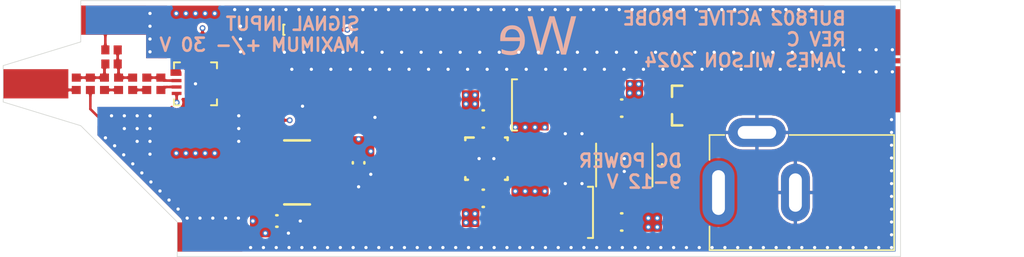
<source format=kicad_pcb>
(kicad_pcb (version 20241229) (generator "pcbnew") (generator_version "9.0")
  (layers (0 "F.Cu" signal "Top") (4 "In1.Cu" signal "Ground") (6 "In2.Cu" signal "Signal/Power") (2 "B.Cu" signal "Bottom") (13 "F.Paste" user "Top Paste") (15 "B.Paste" user "Bottom Paste") (5 "F.SilkS" user "Top Overlay") (7 "B.SilkS" user "Bottom Overlay") (1 "F.Mask" user "Top Solder") (3 "B.Mask" user "Bottom Solder") (25 "Edge.Cuts" user))
  (net 0 "")
  (net 1 "NetC4_2")
  (net 2 "NetD2_1")
  (net 3 "NetR12_2")
  (net 4 "NetD1_1")
  (net 5 "NetC9_1")
  (net 6 "NetC8_1")
  (net 7 "NetC7_1")
  (net 8 "NetC4_1")
  (net 9 "NetR9_2")
  (net 10 "NetR2_2")
  (net 11 "V-")
  (net 12 "V+")
  (net 13 "NetR23_2")
  (net 14 "NetC7_2")
  (net 15 "NetC6_1")
  (net 16 "VEE")
  (net 17 "VCC")
  (net 18 "NetR18_1")
  (net 19 "NetR17_1")
  (net 20 "NetR10_2")
  (net 21 "NetR16_1")
  (net 22 "NetR11_2")
  (net 23 "NetR6_2")
  (net 24 "OUT")
  (net 25 "TIP")
  (net 26 "NetC1_1")
  (net 27 "NetC3_1")
  (net 28 "NetC2_2")
  (net 29 "NetC2_1")
  (net 30 "NetC1_2")
  (net 31 "GND")
  (footprint "SMD Passives:CAPC0603(1608)100_M" (layer "F.Cu") (at 141.2261 107.6786 -90)
    (property "Reference" "C12" (hide yes))
    (property "Value" "100n" (hide yes))
  )
  (footprint "R0402-1pct$:RESC0402(1005)_M" (layer "F.Cu") (at 134.6511 104.3536 180)
    (property "Reference" "R15" (hide yes))
    (property "Value" "5.60K" (hide yes))
  )
  (footprint "IC:VQFN16_RGT_TEX- OSHPARK" (layer "F.Cu") (at 128.5011 101.50379)
    (property "Reference" "U1" (hide yes))
    (property "Value" "BUF802" (hide yes))
  )
  (footprint "SMD Passives:CAPC0805(2012)145_M" (layer "F.Cu") (at 165.5761 107.8536 -90)
    (property "Reference" "C7" (hide yes))
    (property "Value" "1u" (hide yes))
  )
  (footprint "R0402-1pct$:RESC0402(1005)_M" (layer "F.Cu") (at 128.7511 104.6611 -90)
    (property "Reference" "R16" (hide yes))
    (property "Value" "17.8k" (hide yes))
  )
  (footprint "Misc Caps:KEMET B_M" (layer "F.Cu") (at 156.3511 103.1536 180)
    (property "Reference" "C10" (hide yes))
    (property "Value" "22u" (hide yes))
  )
  (footprint "SMD Passives:PVG3A" (layer "F.Cu") (at 139.9511 103.0036 90)
    (property "Reference" "R13" (hide yes))
    (property "Value" "1k" (hide yes))
  )
  (footprint "Discretes:LED0603(1608)_M" (layer "F.Cu") (at 135.4011 97.2786)
    (property "Reference" "D2" (hide yes))
    (property "Value" "VLMTG1300-GS08" (hide yes))
  )
  (footprint "Resistor_Generic:RESC0402(1005)_M" (layer "F.Cu") (at 127.9511 98.3036 90)
    (property "Reference" "R17" (hide yes))
    (property "Value" "1.00K" (hide yes))
  )
  (footprint "Capacitor_Generic:CAPC0402(1005)50_M" (layer "F.Cu") (at 133.6511 103.2536)
    (property "Reference" "C2" (hide yes))
    (property "Value" "47p" (hide yes))
  )
  (footprint "Connectors:901-10511-3" (layer "F.Cu") (at 183.5011 99.7036 180)
    (property "Reference" "J3" (hide yes))
    (property "Value" "901-10511-3" (hide yes))
  )
  (footprint "Connectors:MILL-MAX 0339" (layer "F.Cu") (at 127.0761 113.5536)
    (property "Reference" "J2" (hide yes))
    (property "Value" "0339-0-15-01-15-27-10-0" (hide yes))
  )
  (footprint "SMD Passives:CAPC0805(2012)100_M" (layer "F.Cu") (at 150.9511 104.2536)
    (property "Reference" "C22" (hide yes))
    (property "Value" "4.7u" (hide yes))
  )
  (footprint "R0402-1pct$:RESC0402(1005)_M" (layer "F.Cu") (at 131.6511 101.0536)
    (property "Reference" "R19" (hide yes))
    (property "Value" "49.9" (hide yes))
  )
  (footprint "Connectors:MILL-MAX 0339" (layer "F.Cu") (at 119.5511 96.52761)
    (property "Reference" "J5" (hide yes))
    (property "Value" "0339-0-15-01-15-27-10-0" (hide yes))
  )
  (footprint "R0402-1pct$:RESC0402(1005)_M" (layer "F.Cu") (at 125.8011 101.50359 -90)
    (property "Reference" "R10" (hide yes))
    (property "Value" "10.0M" (hide yes))
  )
  (footprint "Misc Caps:CAPC0306_M" (layer "F.Cu") (at 130.6011 97.5036)
    (property "Reference" "C16" (hide yes))
    (property "Value" "100n LICC" (hide yes))
  )
  (footprint "Capacitor_Generic:CAPC0402(1005)50_M" (layer "F.Cu") (at 130.6511 103.8536 180)
    (property "Reference" "C21" (hide yes))
    (property "Value" "10n" (hide yes))
  )
  (footprint "R0402-1pct$:RESC0402(1005)_M" (layer "F.Cu") (at 154.8011 108.5536 -90)
    (property "Reference" "R21" (hide yes))
    (property "Value" "91.0K" (hide yes))
  )
  (footprint "R0402-1pct$:RESC0402(1005)_M" (layer "F.Cu") (at 121.9511 99.95359)
    (property "Reference" "R3" (hide yes))
    (property "Value" "1.60M" (hide yes))
  )
  (footprint "R0402-1pct$:RESC0402(1005)_M" (layer "F.Cu") (at 155.90109 108.1536 90)
    (property "Reference" "R23" (hide yes))
    (property "Value" "18.0K" (hide yes))
  )
  (footprint "SMD Passives:CAPC0805(2012)100_M" (layer "F.Cu") (at 161.75109 112.3036 180)
    (property "Reference" "C25" (hide yes))
    (property "Value" "4.7u" (hide yes))
  )
  (footprint "R0402-1pct$:RESC0402(1005)_M" (layer "F.Cu") (at 129.0511 98.3036 90)
    (property "Reference" "R18" (hide yes))
    (property "Value" "1.00K" (hide yes))
  )
  (footprint "SMD Passives:CAPC0805(2012)100_M" (layer "F.Cu") (at 150.9511 110.4536 180)
    (property "Reference" "C23" (hide yes))
    (property "Value" "4.7u" (hide yes))
  )
  (footprint "R0402-1pct$:RESC0402(1005)_M" (layer "F.Cu") (at 131.6511 110.2036)
    (property "Reference" "R8" (hide yes))
    (property "Value" "66.5k" (hide yes))
  )
  (footprint "R0402-1pct$:RESC0402(1005)_M" (layer "F.Cu") (at 133.6511 102.1536)
    (property "Reference" "R12" (hide yes))
    (property "Value" "10.0K" (hide yes))
  )
  (footprint "Capacitor_Generic:CAPC0402(1005)50_M" (layer "F.Cu") (at 126.4011 99.1536 180)
    (property "Reference" "C20" (hide yes))
    (property "Value" "10n" (hide yes))
  )
  (footprint "Misc Caps:KEMET B_M" (layer "F.Cu") (at 156.3511 111.5536)
    (property "Reference" "C11" (hide yes))
    (property "Value" "22u" (hide yes))
  )
  (footprint "IC:MSOP-12_MSE" (layer "F.Cu") (at 161.9511 107.8536 90)
    (property "Reference" "U4" (hide yes))
    (property "Value" "LTC3261" (hide yes))
  )
  (footprint "IC:SOIC-8" (layer "F.Cu") (at 136.4261 108.4286)
    (property "Reference" "U2" (hide yes))
    (property "Value" "OPA140" (hide yes))
  )
  (footprint "SMD Passives:CAPC0805(2012)100_M" (layer "F.Cu") (at 161.75109 103.4036 180)
    (property "Reference" "C24" (hide yes))
    (property "Value" "4.7u" (hide yes))
  )
  (footprint "Murata GRM 0402$:CAPC0402(1005)50_M" (layer "F.Cu") (at 123.6011 101.50359 -90)
    (property "Reference" "C1" (hide yes))
    (property "Value" "330p" (hide yes))
  )
  (footprint "R0402-1pct$:RESC0402(1005)_M" (layer "F.Cu") (at 154.8011 106.15361 -90)
    (property "Reference" "R20" (hide yes))
    (property "Value" "41.2k" (hide yes))
  )
  (footprint "Capacitor_Generic:CAPC0402(1005)50_M" (layer "F.Cu") (at 121.4011 101.50359 -90)
    (property "Reference" "C4" (hide yes))
    (property "Value" "1.1p" (hide yes))
  )
  (footprint "Resistor_Generic:RESC0603(1608)_M" (layer "F.Cu") (at 138.70109 97.2786 180)
    (property "Reference" "R24" (hide yes))
    (property "Value" "4.70K" (hide yes))
  )
  (footprint "SMD Passives:CAPC0603(1608)100_M" (layer "F.Cu") (at 134.8511 112.2286 180)
    (property "Reference" "C13" (hide yes))
    (property "Value" "100n" (hide yes))
  )
  (footprint "R0402-1pct$:RESC0402(1005)_M" (layer "F.Cu") (at 124.7011 101.50359 90)
    (property "Reference" "R2" (hide yes))
    (property "Value" "0" (hide yes))
  )
  (footprint "Resistor_Generic:RESC0402(1005)_M" (layer "F.Cu") (at 131.6511 102.1536 180)
    (property "Reference" "R11" (hide yes))
    (property "Value" "51.0K" (hide yes))
  )
  (footprint "R0402-1pct$:RESC0402(1005)_M" (layer "F.Cu") (at 155.90109 106.1536 90)
    (property "Reference" "R22" (hide yes))
    (property "Value" "10.2k" (hide yes))
  )
  (footprint "Resistor_Generic:RESC0402(1005)_M" (layer "F.Cu") (at 119.2011 101.50359 90)
    (property "Reference" "R1" (hide yes))
    (property "Value" "100" (hide yes))
  )
  (footprint "Capacitor_Generic:CAPC0402(1005)50_M" (layer "F.Cu") (at 130.6511 99.1536)
    (property "Reference" "C18" (hide yes))
    (property "Value" "10n" (hide yes))
  )
  (footprint "Misc Caps:CAPC0306_M" (layer "F.Cu") (at 130.6011 105.5036 180)
    (property "Reference" "C15" (hide yes))
    (property "Value" "100n LICC" (hide yes))
  )
  (footprint "Capacitor_Generic:CAPC0402(1005)50_M" (layer "F.Cu") (at 135.6511 103.2536)
    (property "Reference" "C3" (hide yes))
    (property "Value" "100p" (hide yes))
  )
  (footprint "Misc Caps:CAPC0306_M" (layer "F.Cu") (at 126.4511 97.5036 180)
    (property "Reference" "C14" (hide yes))
    (property "Value" "100n LICC" (hide yes))
  )
  (footprint "Connectors:CUI PJ-002A" (layer "F.Cu") (at 169.3011 110.0036)
    (property "Reference" "J4" (hide yes))
    (property "Value" "2.1/5.5mm" (hide yes))
  )
  (footprint "Murata GRM 0402$:CAPC0402(1005)50_M" (layer "F.Cu") (at 148.2436 107.3536 180)
    (property "Reference" "C9" (hide yes))
    (property "Value" "10n" (hide yes))
  )
  (footprint "Misc Caps:CAPC0306_M" (layer "F.Cu") (at 126.4511 105.5036)
    (property "Reference" "C17" (hide yes))
    (property "Value" "100n LICC" (hide yes))
  )
  (footprint "Murata GRM 0402$:CAPC0402(1005)50_M" (layer "F.Cu") (at 153.7011 108.5536 -90)
    (property "Reference" "C8" (hide yes))
    (property "Value" "10n" (hide yes))
  )
  (footprint "R0402-1pct$:RESC0402(1005)_M" (layer "F.Cu") (at 121.9511 98.85359 180)
    (property "Reference" "R4" (hide yes))
    (property "Value" "422K" (hide yes))
  )
  (footprint "R0402-1pct$:RESC0402(1005)_M" (layer "F.Cu") (at 120.3011 101.50359 -90)
    (property "Reference" "R6" (hide yes))
    (property "Value" "1.91M" (hide yes))
  )
  (footprint "IC:DSC0010J_NV" (layer "F.Cu") (at 151.2011 107.3536)
    (property "Reference" "U3" (hide yes))
    (property "Value" "TPS7A39" (hide yes))
  )
  (footprint "Discretes:INF-PG-SC59_M" (layer "F.Cu") (at 166.5511 103.2036 180)
    (property "Reference" "D1" (hide yes))
    (property "Value" "BAT54" (hide yes))
  )
  (footprint "Capacitor_Generic:CAPC0402(1005)50_M" (layer "F.Cu") (at 122.5011 101.50359 90)
    (property "Reference" "C5" (hide yes))
    (property "Value" "1.3p" (hide yes))
  )
  (footprint "Connectors:MILL-MAX 0339" (layer "F.Cu") (at 113.5011 101.50359)
    (property "Reference" "J1" (hide yes))
    (property "Value" "0339-0-15-01-15-27-10-0" (hide yes))
  )
  (footprint "Murata GRM 0402$:CAPC0402(1005)50_M" (layer "F.Cu") (at 153.7011 106.1536 90)
    (property "Reference" "C6" (hide yes))
    (property "Value" "10n" (hide yes))
  )
  (footprint "R0402-1pct$:RESC0402(1005)_M" (layer "F.Cu") (at 131.6511 109.1036)
    (property "Reference" "R9" (hide yes))
    (property "Value" "68" (hide yes))
  )
  (footprint "Capacitor_Generic:CAPC0402(1005)50_M" (layer "F.Cu") (at 126.4011 103.8536)
    (property "Reference" "C19" (hide yes))
    (property "Value" "10n" (hide yes))
  )
  (gr_poly (pts (xy 119.74805 101.12109) (xy 119.71005 101.12209) (xy 119.67605 101.12509) (xy 119.64605 101.13009) (xy 119.62005 101.13709) (xy 119.59805 101.14609) (xy 119.58005 101.15709) (xy 119.56605 101.17009) (xy 119.55605 101.18509) (xy 119.55005 101.20209) (xy 119.54805 101.22109) (xy 119.54805 100.82109) (xy 119.55005 100.84009) (xy 119.55605 100.85709) (xy 119.56605 100.87209) (xy 119.58005 100.88509) (xy 119.59805 100.89609) (xy 119.62005 100.90509) (xy 119.64605 100.91209) (xy 119.67605 100.91709) (xy 119.71005 100.92009) (xy 119.74805 100.92109)) (fill yes) (layer "F.Cu") (net 8))
  (gr_poly (pts (xy 135.2686 103.80665) (xy 135.2696 103.84465) (xy 135.2726 103.87865) (xy 135.2776 103.90865) (xy 135.2846 103.93465) (xy 135.2936 103.95665) (xy 135.3046 103.97465) (xy 135.3176 103.98865) (xy 135.3326 103.99865) (xy 135.3496 104.00465) (xy 135.3686 104.00665) (xy 134.9686 104.00665) (xy 134.9876 104.00465) (xy 135.0046 103.99865) (xy 135.0196 103.98865) (xy 135.0326 103.97465) (xy 135.0436 103.95665) (xy 135.0526 103.93465) (xy 135.0596 103.90865) (xy 135.0646 103.87865) (xy 135.0676 103.84465) (xy 135.0686 103.80665)) (fill yes) (layer "F.Cu") (net 27))
  (gr_poly (pts (xy 122.5336 99.40664) (xy 122.5346 99.44522) (xy 122.5376 99.47974) (xy 122.5426 99.51019) (xy 122.5496 99.53659) (xy 122.5586 99.55893) (xy 122.5696 99.5772) (xy 122.5826 99.59141) (xy 122.5976 99.60157) (xy 122.6146 99.60766) (xy 122.6336 99.60969) (xy 122.2336 99.60969) (xy 122.2526 99.60766) (xy 122.2696 99.60157) (xy 122.2846 99.59141) (xy 122.2976 99.5772) (xy 122.3086 99.55893) (xy 122.3176 99.53659) (xy 122.3246 99.51019) (xy 122.3296 99.47974) (xy 122.3326 99.44522) (xy 122.3336 99.40664)) (fill yes) (layer "F.Cu") (net 26))
  (gr_poly (pts (xy 124.15415 101.88609) (xy 124.19273 101.88509) (xy 124.22724 101.88209) (xy 124.2577 101.87709) (xy 124.2841 101.87009) (xy 124.30643 101.86109) (xy 124.32471 101.85009) (xy 124.33892 101.83709) (xy 124.34907 101.82209) (xy 124.35516 101.80509) (xy 124.35719 101.78609) (xy 124.35719 102.18609) (xy 124.35516 102.16709) (xy 124.34907 102.15009) (xy 124.33892 102.13509) (xy 124.32471 102.12209) (xy 124.30643 102.11109) (xy 124.2841 102.10209) (xy 124.2577 102.09509) (xy 124.22724 102.09009) (xy 124.19273 102.08709) (xy 124.15415 102.08609)) (fill yes) (layer "F.Cu") (net 30))
  (gr_poly (pts (xy 118.77805 102.08609) (xy 118.73947 102.08709) (xy 118.70495 102.09009) (xy 118.6745 102.09509) (xy 118.6481 102.10209) (xy 118.62576 102.11109) (xy 118.60749 102.12209) (xy 118.59328 102.13509) (xy 118.58312 102.15009) (xy 118.57703 102.16709) (xy 118.575 102.18609) (xy 118.575 101.78609) (xy 118.57703 101.80509) (xy 118.58312 101.82209) (xy 118.59328 101.83709) (xy 118.60749 101.85009) (xy 118.62576 101.86109) (xy 118.6481 101.87009) (xy 118.6745 101.87709) (xy 118.70495 101.88209) (xy 118.73947 101.88509) (xy 118.77805 101.88609)) (fill yes) (layer "F.Cu") (net 25))
  (gr_poly (pts (xy 121.56859 98.30664) (xy 121.56959 98.34464) (xy 121.57259 98.37864) (xy 121.57759 98.40864) (xy 121.58459 98.43464) (xy 121.5936 98.45664) (xy 121.60459 98.47464) (xy 121.61759 98.48864) (xy 121.63259 98.49864) (xy 121.64959 98.50464) (xy 121.66859 98.50664) (xy 121.26859 98.50664) (xy 121.28759 98.50464) (xy 121.30459 98.49864) (xy 121.3196 98.48864) (xy 121.3326 98.47464) (xy 121.34359 98.45664) (xy 121.3526 98.43464) (xy 121.3596 98.40864) (xy 121.36459 98.37864) (xy 121.36759 98.34464) (xy 121.36859 98.30664)) (fill yes) (layer "F.Cu") (net 31))
  (gr_poly (pts (xy 137.26015 97.1786) (xy 137.29873 97.1776) (xy 137.33324 97.1746) (xy 137.3637 97.1696) (xy 137.3901 97.1626) (xy 137.41243 97.1536) (xy 137.43071 97.1426) (xy 137.44492 97.1296) (xy 137.45507 97.1146) (xy 137.46116 97.0976) (xy 137.46319 97.0786) (xy 137.46319 97.4786) (xy 137.46116 97.4596) (xy 137.45507 97.4426) (xy 137.44492 97.4276) (xy 137.43071 97.4146) (xy 137.41243 97.4036) (xy 137.3901 97.3946) (xy 137.3637 97.3876) (xy 137.33324 97.3826) (xy 137.29873 97.3796) (xy 137.26015 97.3786)) (fill yes) (layer "F.Cu") (net 2))
  (gr_poly (pts (xy 126.34805 101.85385) (xy 126.30966 101.85485) (xy 126.2753 101.85785) (xy 126.24495 101.86285) (xy 126.21861 101.86985) (xy 126.1963 101.87886) (xy 126.178 101.88985) (xy 126.16373 101.90285) (xy 126.15347 101.91785) (xy 126.14722 101.93485) (xy 126.145 101.95385) (xy 126.14805 101.67164) (xy 126.15005 101.66826) (xy 126.15605 101.66524) (xy 126.16605 101.66257) (xy 126.18005 101.66026) (xy 126.19805 101.6583) (xy 126.27605 101.65457) (xy 126.34805 101.65385)) (fill yes) (layer "F.Cu") (net 20))
  (gr_poly (pts (xy 137.73889 102.9036) (xy 137.76137 102.90345) (xy 137.83827 102.89811) (xy 137.84655 102.89613) (xy 137.85246 102.89384) (xy 137.85601 102.89124) (xy 137.8572 102.88834) (xy 137.8572 103.11886) (xy 137.85601 103.11596) (xy 137.85246 103.11336) (xy 137.84655 103.11108) (xy 137.83827 103.10909) (xy 137.82762 103.10742) (xy 137.79922 103.10497) (xy 137.76137 103.10375) (xy 137.73889 103.1036)) (fill yes) (layer "F.Cu") (net 3))
  (gr_poly (pts (xy 129.1527 97.30345) (xy 129.15371 97.34263) (xy 129.15676 97.3777) (xy 129.16184 97.40863) (xy 129.16895 97.43545) (xy 129.1781 97.45813) (xy 129.18927 97.4767) (xy 129.20248 97.49113) (xy 129.21772 97.50144) (xy 129.23499 97.50763) (xy 129.2543 97.50969) (xy 128.8479 97.50969) (xy 128.8672 97.50763) (xy 128.88447 97.50144) (xy 128.89971 97.49113) (xy 128.91292 97.4767) (xy 128.9241 97.45813) (xy 128.93324 97.43545) (xy 128.94035 97.40863) (xy 128.94543 97.3777) (xy 128.94848 97.34263) (xy 128.9495 97.30345)) (fill yes) (layer "F.Cu") (net 16))
  (gr_poly (pts (xy 162.47622 104.7036) (xy 162.48907 104.97375) (xy 162.06336 104.97375) (xy 162.06581 104.97104) (xy 162.06799 104.96294) (xy 162.06992 104.94943) (xy 162.07159 104.93052) (xy 162.0757 104.80085) (xy 162.07622 104.7036)) (fill yes) (layer "F.Cu") (net 12))
  (gr_poly (pts (xy 163.95415 102.9536) (xy 164.45415 102.93165) (xy 164.45415 103.47555) (xy 164.44915 103.47138) (xy 164.43415 103.46765) (xy 164.40915 103.46436) (xy 164.32915 103.45909) (xy 163.95415 103.4536)) (fill yes) (layer "F.Cu") (net 12))
  (gr_poly (pts (xy 162.47622 111.13165) (xy 162.47822 111.20805) (xy 162.48422 111.27642) (xy 162.49422 111.33678) (xy 162.50822 111.38911) (xy 162.52622 111.43343) (xy 162.54822 111.46972) (xy 162.57422 111.498) (xy 162.60422 111.51825) (xy 162.63821 111.53048) (xy 162.67622 111.5347) (xy 162.07914 111.53165) (xy 162.07622 111.13165)) (fill yes) (layer "F.Cu") (net 11))
  (gr_poly (pts (xy 149.30414 107.2536) (xy 149.34214 107.25338) (xy 149.47214 107.2457) (xy 149.48614 107.24284) (xy 149.49614 107.23955) (xy 149.50214 107.23582) (xy 149.50414 107.23165) (xy 149.50414 107.47555) (xy 149.50214 107.47138) (xy 149.49614 107.46765) (xy 149.48614 107.46436) (xy 149.47214 107.4615) (xy 149.45414 107.45909) (xy 149.40614 107.45558) (xy 149.30414 107.4536)) (fill yes) (layer "F.Cu") (net 5))
  (gr_poly (pts (xy 162.07622 104.57555) (xy 162.07914 104.17555) (xy 162.67622 104.17251) (xy 162.63821 104.17672) (xy 162.60422 104.18895) (xy 162.57422 104.20921) (xy 162.54822 104.23748) (xy 162.52622 104.27378) (xy 162.50822 104.31809) (xy 162.49422 104.37043) (xy 162.48422 104.43078) (xy 162.47822 104.49916) (xy 162.47622 104.57555)) (fill yes) (layer "F.Cu") (net 12))
  (gr_poly (pts (xy 138.94805 103.1036) (xy 138.91005 103.1046) (xy 138.87605 103.1076) (xy 138.84605 103.1126) (xy 138.82005 103.1196) (xy 138.79805 103.1286) (xy 138.78005 103.1396) (xy 138.76605 103.1526) (xy 138.75605 103.1676) (xy 138.75005 103.1846) (xy 138.74805 103.2036) (xy 138.74805 102.8036) (xy 138.75005 102.8226) (xy 138.75605 102.8396) (xy 138.76605 102.8546) (xy 138.78005 102.8676) (xy 138.79805 102.8786) (xy 138.82005 102.8876) (xy 138.84605 102.8946) (xy 138.87605 102.8996) (xy 138.91005 102.9026) (xy 138.94805 102.9036)) (fill yes) (layer "F.Cu") (net 3))
  (gr_poly (pts (xy 133.0686 102.70055) (xy 133.0676 102.66255) (xy 133.0646 102.62855) (xy 133.0596 102.59855) (xy 133.0526 102.57255) (xy 133.0436 102.55055) (xy 133.0326 102.53255) (xy 133.0196 102.51855) (xy 133.0046 102.50855) (xy 132.9876 102.50255) (xy 132.9686 102.50055) (xy 133.3686 102.50055) (xy 133.3496 102.50255) (xy 133.3326 102.50855) (xy 133.3176 102.51855) (xy 133.3046 102.53255) (xy 133.2936 102.55055) (xy 133.2846 102.57255) (xy 133.2776 102.59855) (xy 133.2726 102.62855) (xy 133.2696 102.66255) (xy 133.2686 102.70055)) (fill yes) (layer "F.Cu") (net 29))
  (gr_poly (pts (xy 125.25414 100.92109) (xy 125.29215 100.92009) (xy 125.32614 100.91709) (xy 125.35614 100.91209) (xy 125.38215 100.90509) (xy 125.40414 100.89609) (xy 125.42215 100.88509) (xy 125.43614 100.87209) (xy 125.44614 100.85709) (xy 125.45214 100.84009) (xy 125.45414 100.82109) (xy 125.45414 101.22109) (xy 125.45214 101.20209) (xy 125.44614 101.18509) (xy 125.43614 101.17009) (xy 125.42215 101.15709) (xy 125.40414 101.14609) (xy 125.38215 101.13709) (xy 125.35614 101.13009) (xy 125.32614 101.12509) (xy 125.29215 101.12209) (xy 125.25414 101.12109)) (fill yes) (layer "F.Cu") (net 10))
  (gr_poly (pts (xy 120.85415 100.92109) (xy 120.89215 100.92009) (xy 120.92614 100.91709) (xy 120.95614 100.91209) (xy 120.98215 100.90509) (xy 121.00415 100.89609) (xy 121.02215 100.88509) (xy 121.03614 100.87209) (xy 121.04614 100.85709) (xy 121.05215 100.84009) (xy 121.05415 100.82109) (xy 121.05415 101.22109) (xy 121.05215 101.20209) (xy 121.04614 101.18509) (xy 121.03614 101.17009) (xy 121.02215 101.15709) (xy 121.00415 101.14609) (xy 120.98215 101.13709) (xy 120.95614 101.13009) (xy 120.92614 101.12509) (xy 120.89215 101.12209) (xy 120.85415 101.12109)) (fill yes) (layer "F.Cu") (net 8))
  (gr_poly (pts (xy 131.0686 109.65055) (xy 131.0676 109.61255) (xy 131.0646 109.57855) (xy 131.0596 109.54855) (xy 131.0526 109.52255) (xy 131.0436 109.50055) (xy 131.0326 109.48255) (xy 131.0196 109.46855) (xy 131.0046 109.45855) (xy 130.9876 109.45255) (xy 130.9686 109.45055) (xy 131.3686 109.45055) (xy 131.3496 109.45255) (xy 131.3326 109.45855) (xy 131.3176 109.46855) (xy 131.3046 109.48255) (xy 131.2936 109.50055) (xy 131.2846 109.52255) (xy 131.2776 109.54855) (xy 131.2726 109.57855) (xy 131.2696 109.61255) (xy 131.2686 109.65055)) (fill yes) (layer "F.Cu") (net 23))
  (gr_poly (pts (xy 163.92305 103.4536) (xy 163.82747 103.4561) (xy 163.74195 103.4636) (xy 163.66649 103.4761) (xy 163.6011 103.4936) (xy 163.54576 103.5161) (xy 163.50049 103.5436) (xy 163.46527 103.5761) (xy 163.44012 103.6136) (xy 163.42503 103.6561) (xy 163.42 103.7036) (xy 163.42 102.7036) (xy 163.42503 102.7511) (xy 163.44012 102.7936) (xy 163.46527 102.8311) (xy 163.50049 102.8636) (xy 163.54576 102.8911) (xy 163.6011 102.9136) (xy 163.66649 102.9311) (xy 163.74195 102.9436) (xy 163.82747 102.9511) (xy 163.92305 102.9536)) (fill yes) (layer "F.Cu") (net 12))
  (gr_poly (pts (xy 126.44995 101.65385) (xy 126.48795 101.65362) (xy 126.61795 101.64523) (xy 126.63194 101.64212) (xy 126.64194 101.63853) (xy 126.64795 101.63445) (xy 126.64995 101.6299) (xy 126.64995 101.87781) (xy 126.64795 101.87325) (xy 126.64194 101.86918) (xy 126.63194 101.86559) (xy 126.61795 101.86248) (xy 126.59995 101.85984) (xy 126.55194 101.85601) (xy 126.44995 101.85385)) (fill yes) (layer "F.Cu") (net 20))
  (gr_poly (pts (xy 122.6011 100.50664) (xy 122.6021 100.54522) (xy 122.6051 100.57973) (xy 122.6101 100.61019) (xy 122.6171 100.63659) (xy 122.6261 100.65892) (xy 122.6371 100.6772) (xy 122.6501 100.69141) (xy 122.6651 100.70156) (xy 122.6821 100.70766) (xy 122.7011 100.70969) (xy 122.3011 100.70969) (xy 122.3201 100.70766) (xy 122.3371 100.70156) (xy 122.3521 100.69141) (xy 122.3651 100.6772) (xy 122.3761 100.65892) (xy 122.3851 100.63659) (xy 122.3921 100.61019) (xy 122.3971 100.57973) (xy 122.4001 100.54522) (xy 122.4011 100.50664)) (fill yes) (layer "F.Cu") (net 26))
  (gr_poly (pts (xy 140.00915 97.177) (xy 140.0328 97.17641) (xy 140.05516 97.17466) (xy 140.07624 97.17174) (xy 140.09603 97.16765) (xy 140.11454 97.16239) (xy 140.13177 97.15597) (xy 140.14771 97.14837) (xy 140.16237 97.13961) (xy 140.17575 97.12968) (xy 140.18784 97.11858) (xy 140.18784 97.43862) (xy 140.17575 97.42752) (xy 140.16237 97.41759) (xy 140.14771 97.40882) (xy 140.13177 97.40123) (xy 140.11454 97.3948) (xy 140.09603 97.38955) (xy 140.07624 97.38546) (xy 140.05516 97.38253) (xy 140.0328 97.38078) (xy 140.00915 97.3802)) (fill yes) (layer "F.Cu") (net 17))
  (gr_poly (pts (xy 132.65414 102.0536) (xy 132.69272 102.0526) (xy 132.72724 102.0496) (xy 132.7577 102.0446) (xy 132.7841 102.0376) (xy 132.80643 102.0286) (xy 132.82471 102.0176) (xy 132.83892 102.0046) (xy 132.84907 101.9896) (xy 132.85516 101.9726) (xy 132.85719 101.9536) (xy 132.85719 102.3536) (xy 132.85516 102.3346) (xy 132.84907 102.3176) (xy 132.83892 102.3026) (xy 132.82471 102.2896) (xy 132.80643 102.2786) (xy 132.7841 102.2696) (xy 132.7577 102.2626) (xy 132.72724 102.2576) (xy 132.69272 102.2546) (xy 132.65414 102.2536)) (fill yes) (layer "F.Cu") (net 29))
  (gr_poly (pts (xy 134.067 103.80375) (xy 134.06598 103.76514) (xy 134.06293 103.7306) (xy 134.05785 103.70012) (xy 134.05074 103.6737) (xy 134.0416 103.65135) (xy 134.03042 103.63306) (xy 134.01721 103.61884) (xy 134.00197 103.60868) (xy 133.9847 103.60258) (xy 133.9654 103.60055) (xy 134.3718 103.60055) (xy 134.35249 103.60258) (xy 134.33522 103.60868) (xy 134.31998 103.61884) (xy 134.30677 103.63306) (xy 134.2956 103.65135) (xy 134.28645 103.6737) (xy 134.27934 103.70012) (xy 134.27426 103.7306) (xy 134.27121 103.76514) (xy 134.2702 103.80375)) (fill yes) (layer "F.Cu") (net 28))
  (gr_poly (pts (xy 130.65415 109.0036) (xy 130.69273 109.0026) (xy 130.72724 108.9996) (xy 130.7577 108.9946) (xy 130.7841 108.9876) (xy 130.80643 108.9786) (xy 130.82471 108.9676) (xy 130.83892 108.9546) (xy 130.84907 108.9396) (xy 130.85516 108.9226) (xy 130.85719 108.9036) (xy 130.85719 109.3036) (xy 130.85516 109.2846) (xy 130.84907 109.2676) (xy 130.83892 109.2526) (xy 130.82471 109.2396) (xy 130.80643 109.2286) (xy 130.7841 109.2196) (xy 130.7577 109.2126) (xy 130.72724 109.2076) (xy 130.69273 109.2046) (xy 130.65415 109.2036)) (fill yes) (layer "F.Cu") (net 23))
  (gr_poly (pts (xy 126.34805 101.35373) (xy 126.14805 101.33554) (xy 126.145 101.05373) (xy 126.14722 101.07273) (xy 126.15347 101.08973) (xy 126.16373 101.10473) (xy 126.17801 101.11773) (xy 126.1963 101.12873) (xy 126.21862 101.13773) (xy 126.24495 101.14473) (xy 126.2753 101.14973) (xy 126.30966 101.15273) (xy 126.34805 101.15373)) (fill yes) (layer "F.Cu") (net 10))
  (gr_poly (pts (xy 131.07659 101.60055) (xy 131.07559 101.56255) (xy 131.07259 101.52855) (xy 131.06759 101.49855) (xy 131.06059 101.47255) (xy 131.0516 101.45055) (xy 131.04059 101.43255) (xy 131.02759 101.41855) (xy 131.01259 101.40855) (xy 130.99559 101.40255) (xy 130.97659 101.40055) (xy 131.37659 101.40055) (xy 131.35759 101.40255) (xy 131.34059 101.40855) (xy 131.32559 101.41855) (xy 131.31259 101.43255) (xy 131.30159 101.45055) (xy 131.29259 101.47255) (xy 131.28559 101.49855) (xy 131.28059 101.52855) (xy 131.27759 101.56255) (xy 131.27659 101.60055)) (fill yes) (layer "F.Cu") (net 22))
  (gr_poly (pts (xy 127.1357 102.62866) (xy 127.13628 102.6523) (xy 127.13803 102.67466) (xy 127.14095 102.69574) (xy 127.14504 102.71553) (xy 127.1503 102.73404) (xy 127.15673 102.75127) (xy 127.16432 102.76722) (xy 127.17308 102.78188) (xy 127.18302 102.79525) (xy 127.19412 102.80735) (xy 126.87408 102.80735) (xy 126.88517 102.79525) (xy 126.89511 102.78188) (xy 126.90387 102.76722) (xy 126.91146 102.75127) (xy 126.91789 102.73404) (xy 126.92315 102.71553) (xy 126.92724 102.69574) (xy 126.93016 102.67466) (xy 126.93191 102.6523) (xy 126.9325 102.62866)) (fill yes) (layer "F.Cu") (net 27))
  (gr_poly (pts (xy 138.14922 108.962) (xy 138.18841 108.96098) (xy 138.22347 108.95793) (xy 138.25441 108.95285) (xy 138.28122 108.94574) (xy 138.3039 108.9366) (xy 138.32247 108.92542) (xy 138.3369 108.91221) (xy 138.34722 108.89697) (xy 138.3534 108.8797) (xy 138.35547 108.8604) (xy 138.35547 109.2668) (xy 138.3534 109.24749) (xy 138.34722 109.23022) (xy 138.3369 109.21498) (xy 138.32247 109.20177) (xy 138.3039 109.1906) (xy 138.28122 109.18145) (xy 138.25441 109.17434) (xy 138.22347 109.16926) (xy 138.18841 109.16621) (xy 138.14922 109.1652)) (fill yes) (layer "F.Cu") (net 28))
  (gr_poly (pts (xy 140.14525 97.3802) (xy 140.10606 97.38121) (xy 140.071 97.38426) (xy 140.04006 97.38934) (xy 140.01325 97.39645) (xy 139.99056 97.4056) (xy 139.972 97.41677) (xy 139.95756 97.42998) (xy 139.94725 97.44522) (xy 139.94106 97.46249) (xy 139.939 97.4818) (xy 139.939 97.0754) (xy 139.94106 97.0947) (xy 139.94725 97.11197) (xy 139.95756 97.12721) (xy 139.972 97.14042) (xy 139.99056 97.1516) (xy 140.01325 97.16074) (xy 140.04006 97.16785) (xy 140.071 97.17293) (xy 140.10606 97.17598) (xy 140.14525 97.177)) (fill yes) (layer "F.Cu") (net 17))
  (gr_poly (pts (xy 149.24055 107.4536) (xy 149.20197 107.4546) (xy 149.16745 107.4576) (xy 149.13699 107.4626) (xy 149.1106 107.4696) (xy 149.08826 107.4786) (xy 149.06999 107.4896) (xy 149.05578 107.5026) (xy 149.04562 107.5176) (xy 149.03953 107.5346) (xy 149.0375 107.5536) (xy 149.0375 107.1536) (xy 149.03953 107.1726) (xy 149.04562 107.1896) (xy 149.05578 107.2046) (xy 149.06999 107.2176) (xy 149.08826 107.2286) (xy 149.1106 107.2376) (xy 149.13699 107.2446) (xy 149.16745 107.2496) (xy 149.20197 107.2526) (xy 149.24055 107.2536)) (fill yes) (layer "F.Cu") (net 5))
  (gr_poly (pts (xy 134.067 104.90375) (xy 134.06598 104.86456) (xy 134.06293 104.8295) (xy 134.05785 104.79856) (xy 134.05074 104.77175) (xy 134.0416 104.74906) (xy 134.03042 104.7305) (xy 134.01721 104.71606) (xy 134.00197 104.70575) (xy 133.9847 104.69956) (xy 133.9654 104.6975) (xy 134.3718 104.6975) (xy 134.35249 104.69956) (xy 134.33522 104.70575) (xy 134.31998 104.71606) (xy 134.30677 104.7305) (xy 134.2956 104.74906) (xy 134.28645 104.77175) (xy 134.27934 104.79856) (xy 134.27426 104.8295) (xy 134.27121 104.86456) (xy 134.2702 104.90375)) (fill yes) (layer "F.Cu") (net 28))
  (gr_poly (pts (xy 128.65116 103.55494) (xy 128.65092 103.51694) (xy 128.64254 103.38694) (xy 128.63942 103.37294) (xy 128.63583 103.36294) (xy 128.63176 103.35694) (xy 128.62721 103.35494) (xy 128.87511 103.35494) (xy 128.87056 103.35694) (xy 128.86649 103.36294) (xy 128.8629 103.37294) (xy 128.85978 103.38694) (xy 128.85715 103.40494) (xy 128.85332 103.45294) (xy 128.85116 103.55494)) (fill yes) (layer "F.Cu") (net 21))
  (gr_poly (pts (xy 121.95415 101.88609) (xy 121.99273 101.88509) (xy 122.02724 101.88209) (xy 122.0577 101.87709) (xy 122.0841 101.87009) (xy 122.10643 101.86109) (xy 122.12471 101.85009) (xy 122.13892 101.83709) (xy 122.14907 101.82209) (xy 122.15516 101.80509) (xy 122.15719 101.78609) (xy 122.15719 102.18609) (xy 122.15516 102.16709) (xy 122.14907 102.15009) (xy 122.13892 102.13509) (xy 122.12471 102.12209) (xy 122.10643 102.11109) (xy 122.0841 102.10209) (xy 122.0577 102.09509) (xy 122.02724 102.09009) (xy 121.99273 102.08709) (xy 121.95415 102.08609)) (fill yes) (layer "F.Cu") (net 1))
  (gr_poly (pts (xy 119.75415 100.92109) (xy 119.79215 100.92009) (xy 119.82614 100.91709) (xy 119.85614 100.91209) (xy 119.88215 100.90509) (xy 119.90414 100.89609) (xy 119.92215 100.88509) (xy 119.93614 100.87209) (xy 119.94614 100.85709) (xy 119.95215 100.84009) (xy 119.95414 100.82109) (xy 119.95414 101.22109) (xy 119.95215 101.20209) (xy 119.94614 101.18509) (xy 119.93614 101.17009) (xy 119.92215 101.15709) (xy 119.90414 101.14609) (xy 119.88215 101.13709) (xy 119.85614 101.13009) (xy 119.82614 101.12509) (xy 119.79215 101.12209) (xy 119.75415 101.12109)) (fill yes) (layer "F.Cu") (net 8))
  (gr_poly (pts (xy 122.3336 99.40054) (xy 122.3326 99.36196) (xy 122.3296 99.32745) (xy 122.3246 99.29699) (xy 122.3176 99.27059) (xy 122.3086 99.24826) (xy 122.2976 99.22998) (xy 122.2846 99.21577) (xy 122.2696 99.20562) (xy 122.2526 99.19952) (xy 122.2336 99.19749) (xy 122.6336 99.19749) (xy 122.6146 99.19952) (xy 122.5976 99.20562) (xy 122.5826 99.21577) (xy 122.5696 99.22998) (xy 122.5586 99.24826) (xy 122.5496 99.27059) (xy 122.5426 99.29699) (xy 122.5376 99.32745) (xy 122.5346 99.36196) (xy 122.5336 99.40054)) (fill yes) (layer "F.Cu") (net 26))
  (gr_poly (pts (xy 121.5011 100.50664) (xy 121.5021 100.54522) (xy 121.5051 100.57973) (xy 121.5101 100.61019) (xy 121.5171 100.63659) (xy 121.5261 100.65892) (xy 121.5371 100.6772) (xy 121.5501 100.69141) (xy 121.5651 100.70156) (xy 121.5821 100.70766) (xy 121.6011 100.70969) (xy 121.2011 100.70969) (xy 121.2201 100.70766) (xy 121.2371 100.70156) (xy 121.2521 100.69141) (xy 121.2651 100.6772) (xy 121.2761 100.65892) (xy 121.2851 100.63659) (xy 121.2921 100.61019) (xy 121.2971 100.57973) (xy 121.3001 100.54522) (xy 121.3011 100.50664)) (fill yes) (layer "F.Cu") (net 8))
  (gr_poly (pts (xy 121.36859 97.86757) (xy 121.36759 97.82956) (xy 121.36459 97.79557) (xy 121.3596 97.76557) (xy 121.3526 97.73956) (xy 121.34359 97.71757) (xy 121.3326 97.69956) (xy 121.3196 97.68557) (xy 121.30459 97.67557) (xy 121.28759 97.66956) (xy 121.26859 97.66757) (xy 121.66859 97.66757) (xy 121.64959 97.66956) (xy 121.63259 97.67557) (xy 121.61759 97.68557) (xy 121.60459 97.69956) (xy 121.5936 97.71757) (xy 121.58459 97.73956) (xy 121.57759 97.76557) (xy 121.57259 97.79557) (xy 121.56959 97.82956) (xy 121.56859 97.86757)) (fill yes) (layer "F.Cu") (net 31))
  (gr_poly (pts (xy 140.95415 101.7536) (xy 140.99273 101.7526) (xy 141.02724 101.7496) (xy 141.0577 101.7446) (xy 141.0841 101.7376) (xy 141.10643 101.7286) (xy 141.12471 101.7176) (xy 141.13892 101.7046) (xy 141.14907 101.6896) (xy 141.15516 101.6726) (xy 141.15719 101.6536) (xy 141.15719 102.0536) (xy 141.15516 102.0346) (xy 141.14907 102.0176) (xy 141.13892 102.0026) (xy 141.12471 101.9896) (xy 141.10643 101.9786) (xy 141.0841 101.9696) (xy 141.0577 101.9626) (xy 141.02724 101.9576) (xy 140.99273 101.9546) (xy 140.95415 101.9536)) (fill yes) (layer "F.Cu") (net 3))
  (gr_poly (pts (xy 128.85116 103.66415) (xy 128.85216 103.70273) (xy 128.85516 103.73725) (xy 128.86016 103.7677) (xy 128.86716 103.7941) (xy 128.87616 103.81644) (xy 128.88716 103.83471) (xy 128.90016 103.84892) (xy 128.91516 103.85908) (xy 128.93216 103.86517) (xy 128.95116 103.8672) (xy 128.55116 103.8672) (xy 128.57016 103.86517) (xy 128.58716 103.85908) (xy 128.60216 103.84892) (xy 128.61516 103.83471) (xy 128.62616 103.81644) (xy 128.63516 103.7941) (xy 128.64216 103.7677) (xy 128.64716 103.73725) (xy 128.65016 103.70273) (xy 128.65116 103.66415)) (fill yes) (layer "F.Cu") (net 21))
  (gr_poly (pts (xy 136.84205 97.3786) (xy 136.80347 97.3796) (xy 136.76895 97.3826) (xy 136.73849 97.3876) (xy 136.71209 97.3946) (xy 136.68976 97.4036) (xy 136.67149 97.4146) (xy 136.65727 97.4276) (xy 136.64712 97.4426) (xy 136.64103 97.4596) (xy 136.639 97.4786) (xy 136.639 97.0786) (xy 136.64103 97.0976) (xy 136.64712 97.1146) (xy 136.65727 97.1296) (xy 136.67149 97.1426) (xy 136.68976 97.1536) (xy 136.71209 97.1626) (xy 136.73849 97.1696) (xy 136.76895 97.1746) (xy 136.80347 97.1776) (xy 136.84205 97.1786)) (fill yes) (layer "F.Cu") (net 2))
  (gr_poly (pts (xy 150.29805 107.9536) (xy 150.26005 107.95382) (xy 150.13005 107.96151) (xy 150.11605 107.96436) (xy 150.10605 107.96765) (xy 150.10005 107.97138) (xy 150.09805 107.97555) (xy 150.09805 107.73165) (xy 150.10005 107.73582) (xy 150.10605 107.73955) (xy 150.11605 107.74285) (xy 150.13005 107.7457) (xy 150.14805 107.74811) (xy 150.19605 107.75163) (xy 150.29805 107.7536)) (fill yes) (layer "F.Cu") (net 31))
  (gr_poly (pts (xy 134.2702 103.80345) (xy 134.27121 103.84205) (xy 134.27426 103.8766) (xy 134.27934 103.90708) (xy 134.28645 103.93349) (xy 134.2956 103.95585) (xy 134.30677 103.97413) (xy 134.31998 103.98836) (xy 134.33522 103.99852) (xy 134.35249 104.00461) (xy 134.3718 104.00665) (xy 133.9654 104.00665) (xy 133.9847 104.00461) (xy 134.00197 103.99852) (xy 134.01721 103.98836) (xy 134.03042 103.97413) (xy 134.0416 103.95585) (xy 134.05074 103.93349) (xy 134.05785 103.90708) (xy 134.06293 103.8766) (xy 134.06598 103.84205) (xy 134.067 103.80345)) (fill yes) (layer "F.Cu") (net 28))
  (gr_rect (start 177.4011 99.26982) (end 178.6011 98.5286) (fill yes) (layer "F.Cu") (net 31))
  (gr_poly (pts (xy 120.2011 102.50054) (xy 120.2001 102.46196) (xy 120.1971 102.42745) (xy 120.1921 102.39699) (xy 120.1851 102.37059) (xy 120.1761 102.34826) (xy 120.1651 102.32998) (xy 120.1521 102.31577) (xy 120.1371 102.30562) (xy 120.1201 102.29953) (xy 120.1011 102.2975) (xy 120.5011 102.2975) (xy 120.4821 102.29953) (xy 120.4651 102.30562) (xy 120.4501 102.31577) (xy 120.4371 102.32998) (xy 120.42609 102.34826) (xy 120.4171 102.37059) (xy 120.4101 102.39699) (xy 120.4051 102.42745) (xy 120.4021 102.46196) (xy 120.4011 102.50054)) (fill yes) (layer "F.Cu") (net 23))
  (gr_poly (pts (xy 150.17914 107.7536) (xy 150.21772 107.7526) (xy 150.25224 107.7496) (xy 150.2827 107.7446) (xy 150.3091 107.7376) (xy 150.33143 107.7286) (xy 150.34971 107.7176) (xy 150.36392 107.7046) (xy 150.37407 107.6896) (xy 150.38016 107.6726) (xy 150.38219 107.6536) (xy 150.38219 108.0536) (xy 150.38016 108.0346) (xy 150.37407 108.0176) (xy 150.36392 108.0026) (xy 150.34971 107.9896) (xy 150.33143 107.9786) (xy 150.3091 107.9696) (xy 150.2827 107.9626) (xy 150.25224 107.9576) (xy 150.21772 107.9546) (xy 150.17914 107.9536)) (fill yes) (layer "F.Cu") (net 31))
  (gr_poly (pts (xy 123.05415 100.92109) (xy 123.09215 100.92009) (xy 123.12615 100.91709) (xy 123.15615 100.91209) (xy 123.18215 100.90509) (xy 123.20415 100.89609) (xy 123.22215 100.88509) (xy 123.23614 100.87209) (xy 123.24614 100.85709) (xy 123.25215 100.84009) (xy 123.25415 100.82109) (xy 123.25415 101.22109) (xy 123.25215 101.20209) (xy 123.24614 101.18509) (xy 123.23614 101.17009) (xy 123.22215 101.15709) (xy 123.20415 101.14609) (xy 123.18215 101.13709) (xy 123.15615 101.13009) (xy 123.12615 101.12509) (xy 123.09215 101.12209) (xy 123.05415 101.12109)) (fill yes) (layer "F.Cu") (net 26))
  (gr_poly (pts (xy 126.9325 102.58113) (xy 126.93148 102.54195) (xy 126.92843 102.50688) (xy 126.92335 102.47595) (xy 126.91624 102.44913) (xy 126.9071 102.42645) (xy 126.89592 102.40788) (xy 126.88271 102.39345) (xy 126.86747 102.38313) (xy 126.8502 102.37695) (xy 126.8309 102.37488) (xy 127.2373 102.37488) (xy 127.21799 102.37695) (xy 127.20072 102.38313) (xy 127.18548 102.39345) (xy 127.17227 102.40788) (xy 127.1611 102.42645) (xy 127.15195 102.44913) (xy 127.14484 102.47595) (xy 127.13976 102.50688) (xy 127.13671 102.54195) (xy 127.1357 102.58113)) (fill yes) (layer "F.Cu") (net 27))
  (gr_poly (pts (xy 128.9495 97.49554) (xy 128.94891 97.4719) (xy 128.94716 97.44954) (xy 128.94424 97.42846) (xy 128.94015 97.40867) (xy 128.93489 97.39016) (xy 128.92847 97.37293) (xy 128.92087 97.35698) (xy 128.91211 97.34232) (xy 128.90218 97.32895) (xy 128.89108 97.31685) (xy 129.21112 97.31685) (xy 129.20002 97.32895) (xy 129.19009 97.34232) (xy 129.18132 97.35698) (xy 129.17373 97.37293) (xy 129.1673 97.39016) (xy 129.16204 97.40867) (xy 129.15795 97.42846) (xy 129.15503 97.44954) (xy 129.15328 97.4719) (xy 129.1527 97.49554)) (fill yes) (layer "F.Cu") (net 16))
  (gr_poly (pts (xy 132.75242 109.0036) (xy 132.791 109.0026) (xy 132.82552 108.9996) (xy 132.85597 108.9946) (xy 132.88237 108.9876) (xy 132.90471 108.9786) (xy 132.92298 108.9676) (xy 132.93719 108.9546) (xy 132.94734 108.9396) (xy 132.95344 108.9226) (xy 132.95547 108.9036) (xy 132.95547 109.3036) (xy 132.95344 109.2846) (xy 132.94734 109.2676) (xy 132.93719 109.2526) (xy 132.92298 109.2396) (xy 132.90471 109.2286) (xy 132.88237 109.2196) (xy 132.85597 109.2126) (xy 132.82552 109.2076) (xy 132.791 109.2046) (xy 132.75242 109.2036)) (fill yes) (layer "F.Cu") (net 9))
  (gr_poly (pts (xy 120.84805 101.12109) (xy 120.80947 101.12209) (xy 120.77495 101.12509) (xy 120.74449 101.13009) (xy 120.7181 101.13709) (xy 120.69576 101.14609) (xy 120.67749 101.15709) (xy 120.66327 101.17009) (xy 120.65312 101.18509) (xy 120.64703 101.20209) (xy 120.645 101.22109) (xy 120.645 100.82109) (xy 120.64703 100.84009) (xy 120.65312 100.85709) (xy 120.66327 100.87209) (xy 120.67749 100.88509) (xy 120.69576 100.89609) (xy 120.7181 100.90509) (xy 120.74449 100.91209) (xy 120.77495 100.91709) (xy 120.80947 100.92009) (xy 120.84805 100.92109)) (fill yes) (layer "F.Cu") (net 8))
  (gr_poly (pts (xy 125.24805 101.12109) (xy 125.21005 101.12209) (xy 125.17605 101.12509) (xy 125.14605 101.13009) (xy 125.12005 101.13709) (xy 125.09805 101.14609) (xy 125.08005 101.15709) (xy 125.06605 101.17009) (xy 125.05605 101.18509) (xy 125.05005 101.20209) (xy 125.04805 101.22109) (xy 125.04805 100.82109) (xy 125.05005 100.84009) (xy 125.05605 100.85709) (xy 125.06605 100.87209) (xy 125.08005 100.88509) (xy 125.09805 100.89609) (xy 125.12005 100.90509) (xy 125.14605 100.91209) (xy 125.17605 100.91709) (xy 125.21005 100.92009) (xy 125.24805 100.92109)) (fill yes) (layer "F.Cu") (net 10))
  (gr_rect (start 177.4011 100.879) (end 178.6011 100.13778) (fill yes) (layer "F.Cu") (net 31))
  (gr_poly (pts (xy 135.64805 104.4536) (xy 135.60947 104.4546) (xy 135.57495 104.4576) (xy 135.54449 104.4626) (xy 135.5181 104.4696) (xy 135.49576 104.4786) (xy 135.47749 104.4896) (xy 135.46328 104.5026) (xy 135.45312 104.5176) (xy 135.44703 104.5346) (xy 135.445 104.5536) (xy 135.445 104.1536) (xy 135.44703 104.1726) (xy 135.45312 104.1896) (xy 135.46328 104.2046) (xy 135.47749 104.2176) (xy 135.49576 104.2286) (xy 135.5181 104.2376) (xy 135.54449 104.2446) (xy 135.57495 104.2496) (xy 135.60947 104.2526) (xy 135.64805 104.2536)) (fill yes) (layer "F.Cu") (net 27))
  (gr_poly (pts (xy 130.65415 101.15373) (xy 130.69257 101.15273) (xy 130.72696 101.14973) (xy 130.75733 101.14473) (xy 130.78368 101.13773) (xy 130.80599 101.12873) (xy 130.82429 101.11773) (xy 130.83855 101.10473) (xy 130.84879 101.08973) (xy 130.855 101.07273) (xy 130.85719 101.05373) (xy 130.85415 101.40055) (xy 130.85215 101.39166) (xy 130.84614 101.3837) (xy 130.83614 101.37667) (xy 130.82215 101.37059) (xy 130.80415 101.36544) (xy 130.78215 101.36122) (xy 130.75615 101.35794) (xy 130.69215 101.3542) (xy 130.65415 101.35373)) (fill yes) (layer "F.Cu") (net 22))
  (gr_poly (pts (xy 133.0686 103.80055) (xy 133.0676 103.76255) (xy 133.0646 103.72855) (xy 133.0596 103.69855) (xy 133.0526 103.67255) (xy 133.0436 103.65055) (xy 133.0326 103.63255) (xy 133.0196 103.61855) (xy 133.0046 103.60855) (xy 132.9876 103.60255) (xy 132.9686 103.60055) (xy 133.3686 103.60055) (xy 133.3496 103.60255) (xy 133.3326 103.60855) (xy 133.3176 103.61855) (xy 133.3046 103.63255) (xy 133.2936 103.65055) (xy 133.2846 103.67255) (xy 133.2776 103.69855) (xy 133.2726 103.72855) (xy 133.2696 103.76255) (xy 133.2686 103.80055)) (fill yes) (layer "F.Cu") (net 29))
  (gr_poly (pts (xy 126.44995 101.15373) (xy 126.48795 101.15349) (xy 126.61795 101.14511) (xy 126.63194 101.14199) (xy 126.64194 101.1384) (xy 126.64795 101.13433) (xy 126.64995 101.12978) (xy 126.64995 101.37768) (xy 126.64795 101.37313) (xy 126.64194 101.36906) (xy 126.63194 101.36547) (xy 126.61795 101.36235) (xy 126.59995 101.35972) (xy 126.55194 101.35588) (xy 126.44995 101.35373)) (fill yes) (layer "F.Cu") (net 10))
  (gr_poly (pts (xy 124.14805 102.08609) (xy 124.10947 102.08709) (xy 124.07495 102.09009) (xy 124.04449 102.09509) (xy 124.0181 102.10209) (xy 123.99576 102.11109) (xy 123.97749 102.12209) (xy 123.96328 102.13509) (xy 123.95312 102.15009) (xy 123.94703 102.16709) (xy 123.945 102.18609) (xy 123.945 101.78609) (xy 123.94703 101.80509) (xy 123.95312 101.82209) (xy 123.96328 101.83709) (xy 123.97749 101.85009) (xy 123.99576 101.86109) (xy 124.0181 101.87009) (xy 124.04449 101.87709) (xy 124.07495 101.88209) (xy 124.10947 101.88509) (xy 124.14805 101.88609)) (fill yes) (layer "F.Cu") (net 30))
  (gr_poly (pts (xy 131.27659 101.60665) (xy 131.27759 101.64465) (xy 131.28059 101.67865) (xy 131.28559 101.70865) (xy 131.29259 101.73465) (xy 131.30159 101.75665) (xy 131.31259 101.77465) (xy 131.32559 101.78865) (xy 131.34059 101.79865) (xy 131.35759 101.80465) (xy 131.37659 101.80665) (xy 130.97659 101.80665) (xy 130.99559 101.80465) (xy 131.01259 101.79865) (xy 131.02759 101.78865) (xy 131.04059 101.77465) (xy 131.0516 101.75665) (xy 131.06059 101.73465) (xy 131.06759 101.70865) (xy 131.07259 101.67865) (xy 131.07559 101.64465) (xy 131.07659 101.60665)) (fill yes) (layer "F.Cu") (net 22))
  (gr_poly (pts (xy 162.47622 104.57375) (xy 162.48907 104.97375) (xy 162.06336 104.97375) (xy 162.06581 104.96975) (xy 162.06799 104.95775) (xy 162.06992 104.93775) (xy 162.07416 104.82975) (xy 162.07622 104.57375)) (fill yes) (layer "F.Cu") (net 12))
  (gr_poly (pts (xy 123.04805 101.12109) (xy 123.01005 101.12209) (xy 122.97605 101.12509) (xy 122.94605 101.13009) (xy 122.92005 101.13709) (xy 122.89805 101.14609) (xy 122.88005 101.15709) (xy 122.86605 101.17009) (xy 122.85605 101.18509) (xy 122.85005 101.20209) (xy 122.84805 101.22109) (xy 122.84805 100.82109) (xy 122.85005 100.84009) (xy 122.85605 100.85709) (xy 122.86605 100.87209) (xy 122.88005 100.88509) (xy 122.89805 100.89609) (xy 122.92005 100.90509) (xy 122.94605 100.91209) (xy 122.97605 100.91709) (xy 123.01005 100.92009) (xy 123.04805 100.92109)) (fill yes) (layer "F.Cu") (net 26))
  (gr_poly (pts (xy 118.65414 101.88609) (xy 118.69272 101.88509) (xy 118.72724 101.88209) (xy 118.7577 101.87709) (xy 118.7841 101.87009) (xy 118.80643 101.86109) (xy 118.82471 101.85009) (xy 118.83892 101.83709) (xy 118.84907 101.82209) (xy 118.85516 101.80509) (xy 118.85719 101.78609) (xy 118.85719 102.18609) (xy 118.85516 102.16709) (xy 118.84907 102.15009) (xy 118.83892 102.13509) (xy 118.82471 102.12209) (xy 118.80643 102.11109) (xy 118.7841 102.10209) (xy 118.7577 102.09509) (xy 118.72724 102.09009) (xy 118.69272 102.08709) (xy 118.65414 102.08609)) (fill yes) (layer "F.Cu") (net 25))
  (gr_poly (pts (xy 132.64805 109.2036) (xy 132.60947 109.2046) (xy 132.57496 109.2076) (xy 132.5445 109.2126) (xy 132.5181 109.2196) (xy 132.49577 109.2286) (xy 132.47749 109.2396) (xy 132.46328 109.2526) (xy 132.45313 109.2676) (xy 132.44703 109.2846) (xy 132.445 109.3036) (xy 132.445 108.9036) (xy 132.44703 108.9226) (xy 132.45313 108.9396) (xy 132.46328 108.9546) (xy 132.47749 108.9676) (xy 132.49577 108.9786) (xy 132.5181 108.9876) (xy 132.5445 108.9946) (xy 132.57496 108.9996) (xy 132.60947 109.0026) (xy 132.64805 109.0036)) (fill yes) (layer "F.Cu") (net 9))
  (gr_poly (pts (xy 133.2686 102.70665) (xy 133.2696 102.74523) (xy 133.2726 102.77974) (xy 133.2776 102.8102) (xy 133.2846 102.8366) (xy 133.2936 102.85893) (xy 133.3046 102.87721) (xy 133.3176 102.89142) (xy 133.3326 102.90157) (xy 133.3496 102.90766) (xy 133.3686 102.90969) (xy 132.9686 102.90969) (xy 132.9876 102.90766) (xy 133.0046 102.90157) (xy 133.0196 102.89142) (xy 133.0326 102.87721) (xy 133.0436 102.85893) (xy 133.0526 102.8366) (xy 133.0596 102.8102) (xy 133.0646 102.77974) (xy 133.0676 102.74523) (xy 133.0686 102.70665)) (fill yes) (layer "F.Cu") (net 29))
  (gr_poly (pts (xy 131.2686 109.65665) (xy 131.2696 109.69523) (xy 131.2726 109.72974) (xy 131.2776 109.7602) (xy 131.2846 109.7866) (xy 131.2936 109.80893) (xy 131.3046 109.82721) (xy 131.3176 109.84142) (xy 131.3326 109.85157) (xy 131.3496 109.85767) (xy 131.3686 109.8597) (xy 130.9686 109.8597) (xy 130.9876 109.85767) (xy 131.0046 109.85157) (xy 131.0196 109.84142) (xy 131.0326 109.82721) (xy 131.0436 109.80893) (xy 131.0526 109.7866) (xy 131.0596 109.7602) (xy 131.0646 109.72974) (xy 131.0676 109.69523) (xy 131.0686 109.65665)) (fill yes) (layer "F.Cu") (net 23))
  (gr_poly (pts (xy 135.0686 103.80055) (xy 135.0676 103.76255) (xy 135.0646 103.72855) (xy 135.0596 103.69855) (xy 135.0526 103.67255) (xy 135.0436 103.65055) (xy 135.0326 103.63255) (xy 135.0196 103.61855) (xy 135.0046 103.60855) (xy 134.9876 103.60255) (xy 134.9686 103.60055) (xy 135.3686 103.60055) (xy 135.3496 103.60255) (xy 135.3326 103.60855) (xy 135.3176 103.61855) (xy 135.3046 103.63255) (xy 135.2936 103.65055) (xy 135.2846 103.67255) (xy 135.2776 103.69855) (xy 135.2726 103.72855) (xy 135.2696 103.76255) (xy 135.2686 103.80055)) (fill yes) (layer "F.Cu") (net 27))
  (gr_poly (pts (xy 132.79095 101.22505) (xy 132.72522 101.22677) (xy 132.66641 101.23191) (xy 132.61452 101.24048) (xy 132.56955 101.25248) (xy 132.53149 101.26791) (xy 132.50036 101.28677) (xy 132.47614 101.30906) (xy 132.45884 101.33478) (xy 132.44846 101.36393) (xy 132.445 101.3965) (xy 132.445 100.7107) (xy 132.44846 100.74328) (xy 132.45884 100.77242) (xy 132.47614 100.79814) (xy 132.50036 100.82043) (xy 132.53149 100.83929) (xy 132.56955 100.85472) (xy 132.61452 100.86672) (xy 132.66641 100.87529) (xy 132.72522 100.88044) (xy 132.79095 100.88215)) (fill yes) (layer "F.Cu") (net 24))
  (gr_poly (pts (xy 122.4011 100.50054) (xy 122.4001 100.46254) (xy 122.3971 100.42854) (xy 122.3921 100.39854) (xy 122.3851 100.37254) (xy 122.3761 100.35054) (xy 122.3651 100.33254) (xy 122.3521 100.31854) (xy 122.3371 100.30854) (xy 122.3201 100.30254) (xy 122.3011 100.30054) (xy 122.7011 100.30054) (xy 122.6821 100.30254) (xy 122.6651 100.30854) (xy 122.6501 100.31854) (xy 122.6371 100.33254) (xy 122.6261 100.35054) (xy 122.6171 100.37254) (xy 122.6101 100.39854) (xy 122.6051 100.42854) (xy 122.6021 100.46254) (xy 122.6011 100.50054)) (fill yes) (layer "F.Cu") (net 26))
  (gr_poly (pts (xy 162.07622 111.13345) (xy 162.06336 110.73345) (xy 162.48907 110.73345) (xy 162.48663 110.73745) (xy 162.48444 110.74945) (xy 162.48251 110.76945) (xy 162.47827 110.87745) (xy 162.47622 111.13345)) (fill yes) (layer "F.Cu") (net 11))
  (gr_poly (pts (xy 135.50837 104.2536) (xy 135.53188 104.253) (xy 135.55415 104.2512) (xy 135.57519 104.2482) (xy 135.59499 104.24399) (xy 135.61356 104.23859) (xy 135.63089 104.23199) (xy 135.64698 104.22419) (xy 135.66184 104.21519) (xy 135.67546 104.20498) (xy 135.68784 104.19358) (xy 135.68784 104.51362) (xy 135.67546 104.50221) (xy 135.66184 104.49201) (xy 135.64698 104.48301) (xy 135.63089 104.47521) (xy 135.61356 104.4686) (xy 135.59499 104.4632) (xy 135.57519 104.459) (xy 135.55415 104.456) (xy 135.53188 104.4542) (xy 135.50837 104.4536)) (fill yes) (layer "F.Cu") (net 27))
  (gr_poly (pts (xy 130.55225 101.35373) (xy 130.51425 101.35397) (xy 130.38425 101.36235) (xy 130.37025 101.36547) (xy 130.36025 101.36906) (xy 130.35425 101.37313) (xy 130.35225 101.37768) (xy 130.35225 101.12978) (xy 130.35425 101.13433) (xy 130.36025 101.1384) (xy 130.37025 101.14199) (xy 130.38425 101.14511) (xy 130.40225 101.14774) (xy 130.45025 101.15157) (xy 130.55225 101.15373)) (fill yes) (layer "F.Cu") (net 22))
  (gr_poly (pts (xy 121.3011 100.50054) (xy 121.3001 100.46254) (xy 121.2971 100.42854) (xy 121.2921 100.39854) (xy 121.2851 100.37254) (xy 121.2761 100.35054) (xy 121.2651 100.33254) (xy 121.2521 100.31854) (xy 121.2371 100.30854) (xy 121.2201 100.30254) (xy 121.2011 100.30054) (xy 121.6011 100.30054) (xy 121.5821 100.30254) (xy 121.5651 100.30854) (xy 121.5501 100.31854) (xy 121.5371 100.33254) (xy 121.5261 100.35054) (xy 121.5171 100.37254) (xy 121.5101 100.39854) (xy 121.5051 100.42854) (xy 121.5021 100.46254) (xy 121.5011 100.50054)) (fill yes) (layer "F.Cu") (net 8))
  (gr_poly (pts (xy 132.64805 102.2536) (xy 132.60947 102.2546) (xy 132.57496 102.2576) (xy 132.5445 102.2626) (xy 132.5181 102.2696) (xy 132.49577 102.2786) (xy 132.47749 102.2896) (xy 132.46328 102.3026) (xy 132.45313 102.3176) (xy 132.44703 102.3346) (xy 132.445 102.3536) (xy 132.445 101.9536) (xy 132.44703 101.9726) (xy 132.45313 101.9896) (xy 132.46328 102.0046) (xy 132.47749 102.0176) (xy 132.49577 102.0286) (xy 132.5181 102.0376) (xy 132.5445 102.0446) (xy 132.57496 102.0496) (xy 132.60947 102.0526) (xy 132.64805 102.0536)) (fill yes) (layer "F.Cu") (net 29))
  (gr_poly (pts (xy 161.82598 104.7036) (xy 161.83883 104.97375) (xy 161.41312 104.97375) (xy 161.41557 104.97104) (xy 161.41775 104.96294) (xy 161.41968 104.94943) (xy 161.42135 104.93052) (xy 161.42546 104.80085) (xy 161.42598 104.7036)) (fill yes) (layer "F.Cu") (net 12))
  (gr_poly (pts (xy 121.94805 102.08609) (xy 121.90947 102.08709) (xy 121.87495 102.09009) (xy 121.84449 102.09509) (xy 121.8181 102.10209) (xy 121.79576 102.11109) (xy 121.77749 102.12209) (xy 121.76328 102.13509) (xy 121.75312 102.15009) (xy 121.74703 102.16709) (xy 121.745 102.18609) (xy 121.745 101.78609) (xy 121.74703 101.80509) (xy 121.75312 101.82209) (xy 121.76328 101.83709) (xy 121.77749 101.85009) (xy 121.79576 101.86109) (xy 121.8181 101.87009) (xy 121.84449 101.87709) (xy 121.87495 101.88209) (xy 121.90947 101.88509) (xy 121.94805 101.88609)) (fill yes) (layer "F.Cu") (net 1))
  (gr_poly (pts (xy 132.75242 107.6936) (xy 132.791 107.6926) (xy 132.82552 107.6896) (xy 132.85597 107.6846) (xy 132.88237 107.6776) (xy 132.90471 107.6686) (xy 132.92298 107.6576) (xy 132.93719 107.6446) (xy 132.94734 107.6296) (xy 132.95344 107.6126) (xy 132.95547 107.5936) (xy 132.95547 107.9936) (xy 132.95344 107.9746) (xy 132.94734 107.9576) (xy 132.93719 107.9426) (xy 132.92298 107.9296) (xy 132.90471 107.9186) (xy 132.88237 107.9096) (xy 132.85597 107.9026) (xy 132.82552 107.8976) (xy 132.791 107.8946) (xy 132.75242 107.8936)) (fill yes) (layer "F.Cu") (net 29))
  (gr_line (start 133.1686 106.5236) (end 133.7261 106.5236) (stroke (width 0.2)) (layer "F.Cu"))
  (gr_poly (pts (xy 134.64805 102.2536) (xy 134.60947 102.2546) (xy 134.57495 102.2576) (xy 134.54449 102.2626) (xy 134.5181 102.2696) (xy 134.49576 102.2786) (xy 134.47749 102.2896) (xy 134.46328 102.3026) (xy 134.45312 102.3176) (xy 134.44703 102.3346) (xy 134.445 102.3536) (xy 134.445 101.9536) (xy 134.44703 101.9726) (xy 134.45312 101.9896) (xy 134.46328 102.0046) (xy 134.47749 102.0176) (xy 134.49576 102.0286) (xy 134.5181 102.0376) (xy 134.54449 102.0446) (xy 134.57495 102.0496) (xy 134.60947 102.0526) (xy 134.64805 102.0536)) (fill yes) (layer "F.Cu") (net 3))
  (gr_line (start 127.0761 115.00359) (end 127.07609 115.0036) (stroke (width 0.05)) (layer "Edge.Cuts"))
  (gr_line (start 183.5011 95.0036) (end 183.5011 115.0036) (stroke (width 0.05)) (layer "Edge.Cuts"))
  (gr_line (start 127.07609 112.3036) (end 119.5511 104.77861) (stroke (width 0.05)) (layer "Edge.Cuts"))
  (gr_line (start 113.5011 100.08011) (end 119.5511 98.2286) (stroke (width 0.05)) (layer "Edge.Cuts"))
  (gr_line (start 119.5511 98.2286) (end 119.5511 95.0036) (stroke (width 0.05)) (layer "Edge.Cuts"))
  (gr_line (start 127.07609 115.0036) (end 127.07609 112.3036) (stroke (width 0.05)) (layer "Edge.Cuts"))
  (gr_line (start 119.5511 95.0036) (end 183.5011 95.0036) (stroke (width 0.05)) (layer "Edge.Cuts"))
  (gr_line (start 113.5011 102.9271) (end 113.5011 100.08011) (stroke (width 0.05)) (layer "Edge.Cuts"))
  (gr_line (start 119.5511 104.77861) (end 113.5011 102.9271) (stroke (width 0.05)) (layer "Edge.Cuts"))
  (gr_line (start 183.5011 115.0036) (end 127.0761 115.00359) (stroke (width 0.05)) (layer "Edge.Cuts"))
  (gr_text_box "BUF802 ACTIVE PROBE\nREV C\nJAMES WILSON 2024" (start 159.4709 95.8536) (end 179.3011 100.9536) (margins 0 0 0 0) (layer "B.SilkS") (effects (font (size 1.016 1.016) (thickness 0.2032)) (justify left top mirror)) (border no) (stroke (width 0.1)))
  (gr_text_box "DC POWER\n9-12 V" (start 153.9011 106.97504) (end 166.5011 110.1036) (margins 0 0 0 0) (layer "B.SilkS") (effects (font (size 1.016 1.016) (thickness 0.2032)) (justify left top mirror)) (border no) (stroke (width 0.1)))
  (gr_text_box "We" (start 149.64479 96.27054) (end 158.2011 101.7036) (margins 0 0 0 0) (layer "B.SilkS") (effects (font (size 3 3) (thickness 0.2032)) (justify left top mirror)) (border no) (stroke (width 0.1)))
  (gr_text_box "SIGNAL INPUT\nMAXIMUM +/- 30 V" (start 124.6511 96.27504) (end 141.3761 99.4036) (margins 0 0 0 0) (layer "B.SilkS") (effects (font (size 1.016 1.016) (thickness 0.2032)) (justify left top mirror)) (border no) (stroke (width 0.1)))
  (segment (start 121.4011 101.98609) (end 122.5011 101.98609) (width 0.2) (layer "F.Cu") (net 1))
  (segment (start 136.19109 97.2786) (end 137.9111 97.2786) (width 0.2) (layer "F.Cu") (net 2))
  (segment (start 138.3011 103.0036) (end 139.2409 103.0036) (width 0.2) (layer "F.Cu") (net 3))
  (segment (start 136.88889 102.1536) (end 137.73889 103.0036) (width 0.2) (layer "F.Cu") (net 3))
  (segment (start 134.1336 102.1536) (end 136.88889 102.1536) (width 0.2) (layer "F.Cu") (net 3))
  (segment (start 137.73889 103.0036) (end 138.3011 103.0036) (width 0.2) (layer "F.Cu") (net 3))
  (segment (start 140.3909 101.8536) (end 141.6011 101.8536) (width 0.2) (layer "F.Cu") (net 3))
  (segment (start 139.2409 103.0036) (end 140.3909 101.8536) (width 0.2) (layer "F.Cu") (net 3))
  (segment (start 148.7261 107.57861) (end 148.9511 107.3536) (width 0.2) (layer "F.Cu") (net 5))
  (segment (start 148.9511 107.3536) (end 149.80109 107.3536) (width 0.2) (layer "F.Cu") (net 5))
  (segment (start 120.3011 101.02109) (end 121.4011 101.02109) (width 0.2) (layer "F.Cu") (net 8))
  (segment (start 119.2011 101.02109) (end 120.30109 101.02109) (width 0.2) (layer "F.Cu") (net 8))
  (segment (start 120.30109 101.02109) (end 120.3011 101.02109) (width 0.2) (layer "F.Cu") (net 8))
  (segment (start 121.4011 100.02109) (end 121.46859 99.95359) (width 0.2) (layer "F.Cu") (net 8))
  (segment (start 121.4011 101.02109) (end 121.4011 100.02109) (width 0.2) (layer "F.Cu") (net 8))
  (segment (start 133.6861 109.1036) (end 133.7261 109.0636) (width 0.2) (layer "F.Cu") (net 9))
  (segment (start 132.1336 109.1036) (end 133.6861 109.1036) (width 0.2) (layer "F.Cu") (net 9))
  (segment (start 126.03373 101.25373) (end 127.0279 101.25373) (width 0.2) (layer "F.Cu") (net 10))
  (segment (start 124.7011 101.02109) (end 125.8011 101.02109) (width 0.2) (layer "F.Cu") (net 10))
  (segment (start 125.8011 101.02109) (end 126.03373 101.25373) (width 0.2) (layer "F.Cu") (net 10))
  (segment (start 162.2761 112.3036) (end 162.27622 112.30348) (width 0.4) (layer "F.Cu") (net 11))
  (segment (start 162.27622 112.30348) (end 162.27622 110.038) (width 0.4) (layer "F.Cu") (net 11))
  (via (at 150.3011 112.3536) (size 0.4572) (drill 0.254) (layers "F.Cu" "B.Cu") (padstack (mode front_inner_back) (layer "Inner" (size 0)) (layer "B.Cu" (size 0.4572))) (net 11))
  (via (at 149.60122 112.3536) (size 0.4572) (drill 0.254) (layers "F.Cu" "B.Cu") (padstack (mode front_inner_back) (layer "Inner" (size 0)) (layer "B.Cu" (size 0.4572))) (net 11))
  (via (at 150.3011 111.6536) (size 0.4572) (drill 0.254) (layers "F.Cu" "B.Cu") (padstack (mode front_inner_back) (layer "Inner" (size 0)) (layer "B.Cu" (size 0.4572))) (net 11))
  (via (at 149.60122 111.6536) (size 0.4572) (drill 0.254) (layers "F.Cu" "B.Cu") (padstack (mode front_inner_back) (layer "Inner" (size 0)) (layer "B.Cu" (size 0.4572))) (net 11))
  (via (at 164.5261 112.7036) (size 0.4572) (drill 0.254) (layers "F.Cu" "B.Cu") (padstack (mode front_inner_back) (layer "Inner" (size 0)) (layer "B.Cu" (size 0.4572))) (net 11))
  (via (at 163.8261 112.00372) (size 0.4572) (drill 0.254) (layers "F.Cu" "B.Cu") (padstack (mode front_inner_back) (layer "Inner" (size 0)) (layer "B.Cu" (size 0.4572))) (net 11))
  (via (at 164.5261 112.00372) (size 0.4572) (drill 0.254) (layers "F.Cu" "B.Cu") (padstack (mode front_inner_back) (layer "Inner" (size 0)) (layer "B.Cu" (size 0.4572))) (net 11))
  (via (at 163.8261 112.70372) (size 0.4572) (drill 0.254) (layers "F.Cu" "B.Cu") (padstack (mode front_inner_back) (layer "Inner" (size 0)) (layer "B.Cu" (size 0.4572))) (net 11))
  (segment (start 162.7511 103.2036) (end 165.3511 103.2036) (width 0.5) (layer "F.Cu") (net 12))
  (segment (start 161.62598 104.7036) (end 162.27622 104.7036) (width 0.4) (layer "F.Cu") (net 12))
  (segment (start 162.27622 105.6692) (end 162.27622 104.7036) (width 0.4) (layer "F.Cu") (net 12))
  (segment (start 162.27622 105.6692) (end 162.27622 103.2036) (width 0.4) (layer "F.Cu") (net 12))
  (segment (start 161.62598 105.6692) (end 161.62598 104.7036) (width 0.4) (layer "F.Cu") (net 12))
  (via (at 149.60123 103.0786) (size 0.4572) (drill 0.254) (layers "F.Cu" "B.Cu") (padstack (mode front_inner_back) (layer "Inner" (size 0)) (layer "B.Cu" (size 0.4572))) (net 12))
  (via (at 150.3011 103.0786) (size 0.4572) (drill 0.254) (layers "F.Cu" "B.Cu") (padstack (mode front_inner_back) (layer "Inner" (size 0)) (layer "B.Cu" (size 0.4572))) (net 12))
  (via (at 150.3011 102.3786) (size 0.4572) (drill 0.254) (layers "F.Cu" "B.Cu") (padstack (mode front_inner_back) (layer "Inner" (size 0)) (layer "B.Cu" (size 0.4572))) (net 12))
  (via (at 162.3761 102.2286) (size 0.4572) (drill 0.254) (layers "F.Cu" "B.Cu") (padstack (mode front_inner_back) (layer "Inner" (size 0)) (layer "B.Cu" (size 0.4572))) (net 12))
  (via (at 162.4011 101.5286) (size 0.4572) (drill 0.254) (layers "F.Cu" "B.Cu") (padstack (mode front_inner_back) (layer "Inner" (size 0)) (layer "B.Cu" (size 0.4572))) (net 12))
  (via (at 163.0761 101.5286) (size 0.4572) (drill 0.254) (layers "F.Cu" "B.Cu") (padstack (mode front_inner_back) (layer "Inner" (size 0)) (layer "B.Cu" (size 0.4572))) (net 12))
  (via (at 163.0761 102.2286) (size 0.4572) (drill 0.254) (layers "F.Cu" "B.Cu") (padstack (mode front_inner_back) (layer "Inner" (size 0)) (layer "B.Cu" (size 0.4572))) (net 12))
  (via (at 149.6011 102.3786) (size 0.4572) (drill 0.254) (layers "F.Cu" "B.Cu") (padstack (mode front_inner_back) (layer "Inner" (size 0)) (layer "B.Cu" (size 0.4572))) (net 12))
  (segment (start 155.6836 106.8536) (end 155.9011 106.6361) (width 0.2) (layer "F.Cu") (net 15))
  (segment (start 129.0511 97.8211) (end 129.0511 97.1536) (width 0.2032) (layer "F.Cu") (net 16))
  (via (at 155.75109 109.9036) (size 0.4572) (drill 0.254) (layers "F.Cu" "B.Cu") (padstack (mode front_inner_back) (layer "Inner" (size 0)) (layer "B.Cu" (size 0.4572))) (net 16))
  (via (at 153.4511 109.9036) (size 0.4572) (drill 0.254) (layers "F.Cu" "B.Cu") (padstack (mode front_inner_back) (layer "Inner" (size 0)) (layer "B.Cu" (size 0.4572))) (net 16))
  (via (at 127.0011 106.9286) (size 0.4572) (drill 0.254) (layers "F.Cu" "B.Cu") (padstack (mode front_inner_back) (layer "Inner" (size 0)) (layer "B.Cu" (size 0.4572))) (net 16))
  (via (at 127.7511 106.9286) (size 0.4572) (drill 0.254) (layers "F.Cu" "B.Cu") (padstack (mode front_inner_back) (layer "Inner" (size 0)) (layer "B.Cu" (size 0.4572))) (net 16))
  (via (at 154.98443 109.9036) (size 0.4572) (drill 0.254) (layers "F.Cu" "B.Cu") (padstack (mode front_inner_back) (layer "Inner" (size 0)) (layer "B.Cu" (size 0.4572))) (net 16))
  (via (at 133.9511 113.1786) (size 0.4572) (drill 0.254) (layers "F.Cu" "B.Cu") (padstack (mode front_inner_back) (layer "Inner" (size 0)) (layer "B.Cu" (size 0.4572))) (net 16))
  (via (at 129.2511 106.9286) (size 0.4572) (drill 0.254) (layers "F.Cu" "B.Cu") (padstack (mode front_inner_back) (layer "Inner" (size 0)) (layer "B.Cu" (size 0.4572))) (net 16))
  (via (at 132.97609 112.2286) (size 0.4572) (drill 0.254) (layers "F.Cu" "B.Cu") (padstack (mode front_inner_back) (layer "Inner" (size 0)) (layer "B.Cu" (size 0.4572))) (net 16))
  (via (at 154.21776 109.9036) (size 0.4572) (drill 0.254) (layers "F.Cu" "B.Cu") (padstack (mode front_inner_back) (layer "Inner" (size 0)) (layer "B.Cu" (size 0.4572))) (net 16))
  (via (at 129.0511 97.1536) (size 0.4572) (drill 0.254) (layers "F.Cu" "B.Cu") (padstack (mode custom) (layer "In1.Cu" (size 0.4572)) (layer "In2.Cu" (size 0)) (layer "B.Cu" (size 0.4572))) (net 16))
  (via (at 128.5011 106.9286) (size 0.4572) (drill 0.254) (layers "F.Cu" "B.Cu") (padstack (mode front_inner_back) (layer "Inner" (size 0)) (layer "B.Cu" (size 0.4572))) (net 16))
  (via (at 130.0011 106.9286) (size 0.4572) (drill 0.254) (layers "F.Cu" "B.Cu") (padstack (mode front_inner_back) (layer "Inner" (size 0)) (layer "B.Cu" (size 0.4572))) (net 16))
  (segment (start 139.4911 97.2786) (end 140.3511 97.2786) (width 0.2032) (layer "F.Cu") (net 17))
  (via (at 128.5011 96.0036) (size 0.4572) (drill 0.254) (layers "F.Cu" "B.Cu") (padstack (mode front_inner_back) (layer "Inner" (size 0)) (layer "B.Cu" (size 0.4572))) (net 17))
  (via (at 130.0011 96.0036) (size 0.4572) (drill 0.254) (layers "F.Cu" "B.Cu") (padstack (mode front_inner_back) (layer "Inner" (size 0)) (layer "B.Cu" (size 0.4572))) (net 17))
  (via (at 142.1761 106.7786) (size 0.4572) (drill 0.254) (layers "F.Cu" "B.Cu") (padstack (mode front_inner_back) (layer "Inner" (size 0)) (layer "B.Cu" (size 0.4572))) (net 17))
  (via (at 141.2261 105.8286) (size 0.4572) (drill 0.254) (layers "F.Cu" "B.Cu") (padstack (mode front_inner_back) (layer "Inner" (size 0)) (layer "B.Cu" (size 0.4572))) (net 17))
  (via (at 129.2511 96.0036) (size 0.4572) (drill 0.254) (layers "F.Cu" "B.Cu") (padstack (mode front_inner_back) (layer "Inner" (size 0)) (layer "B.Cu" (size 0.4572))) (net 17))
  (via (at 127.0011 96.0036) (size 0.4572) (drill 0.254) (layers "F.Cu" "B.Cu") (padstack (mode front_inner_back) (layer "Inner" (size 0)) (layer "B.Cu" (size 0.4572))) (net 17))
  (via (at 140.3511 97.2786) (size 0.4572) (drill 0.254) (layers "F.Cu" "B.Cu") (padstack (mode front_inner_back) (layer "Inner" (size 0)) (layer "B.Cu" (size 0.4572))) (net 17))
  (via (at 127.7511 96.0036) (size 0.4572) (drill 0.254) (layers "F.Cu" "B.Cu") (padstack (mode front_inner_back) (layer "Inner" (size 0)) (layer "B.Cu" (size 0.4572))) (net 17))
  (via (at 153.4511 104.9036) (size 0.4572) (drill 0.254) (layers "F.Cu" "B.Cu") (padstack (mode front_inner_back) (layer "Inner" (size 0)) (layer "B.Cu" (size 0.4572))) (net 17))
  (via (at 155.75109 104.9036) (size 0.4572) (drill 0.254) (layers "F.Cu" "B.Cu") (padstack (mode front_inner_back) (layer "Inner" (size 0)) (layer "B.Cu" (size 0.4572))) (net 17))
  (via (at 154.98443 104.9036) (size 0.4572) (drill 0.254) (layers "F.Cu" "B.Cu") (padstack (mode front_inner_back) (layer "Inner" (size 0)) (layer "B.Cu" (size 0.4572))) (net 17))
  (via (at 154.21776 104.9036) (size 0.4572) (drill 0.254) (layers "F.Cu" "B.Cu") (padstack (mode front_inner_back) (layer "Inner" (size 0)) (layer "B.Cu" (size 0.4572))) (net 17))
  (segment (start 126.03333 101.75385) (end 127.0279 101.75385) (width 0.2) (layer "F.Cu") (net 20))
  (segment (start 125.8011 101.98609) (end 126.03333 101.75385) (width 0.2) (layer "F.Cu") (net 20))
  (segment (start 128.75116 104.1724) (end 128.75116 102.97699) (width 0.2) (layer "F.Cu") (net 21))
  (segment (start 128.75116 104.1724) (end 128.75736 104.1786) (width 0.2) (layer "F.Cu") (net 21))
  (segment (start 128.75736 104.1786) (end 128.7591 104.1786) (width 0.2) (layer "F.Cu") (net 21))
  (segment (start 129.9805 101.25373) (end 130.97647 101.25373) (width 0.2) (layer "F.Cu") (net 22))
  (segment (start 130.97647 101.25373) (end 131.17659 101.0536) (width 0.2) (layer "F.Cu") (net 22))
  (segment (start 131.17659 102.1536) (end 131.17659 101.0536) (width 0.2) (layer "F.Cu") (net 22))
  (segment (start 131.1686 110.2036) (end 131.1686 109.1036) (width 0.2) (layer "F.Cu") (net 23))
  (segment (start 120.3011 103.4786) (end 125.92609 109.1036) (width 0.2) (layer "F.Cu") (net 23))
  (segment (start 125.92609 109.1036) (end 131.1686 109.1036) (width 0.2) (layer "F.Cu") (net 23))
  (segment (start 120.3011 103.4786) (end 120.3011 101.98609) (width 0.2) (layer "F.Cu") (net 23))
  (segment (start 133.2261 100.9286) (end 133.78521 100.36948) (width 0.3429) (layer "F.Cu") (net 24))
  (segment (start 182.99309 99.7036) (end 182.9931 99.7036) (width 0.254) (layer "F.Cu") (net 24))
  (segment (start 132.1336 101.0536) (end 132.92431 101.0536) (width 0.3429) (layer "F.Cu") (net 24))
  (segment (start 181.5761 99.7036) (end 182.99309 99.7036) (width 0.3429) (layer "F.Cu") (net 24))
  (segment (start 135.39279 99.7036) (end 176.4011 99.7036) (width 0.3429) (layer "F.Cu") (net 24))
  (segment (start 133.22588 100.92882) (end 133.2261 100.9286) (width 0.3429) (layer "F.Cu") (net 24))
  (segment (start 176.4011 99.7036) (end 181.5761 99.7036) (width 0.3429) (layer "F.Cu") (net 24))
  (arc (start 133.225878 100.928814) (mid 133.087493 101.021171) (end 132.924311 101.0536) (width 0.3429) (layer "F.Cu") (net 24))
  (arc (start 133.785218 100.369478) (mid 134.522778 99.876656) (end 135.39279 99.7036) (width 0.3429) (layers "F.Cu" "F.Mask") (net 24))
  (segment (start 116.5236 101.98609) (end 119.2011 101.98609) (width 0.2) (layer "F.Cu") (net 25))
  (segment (start 116.0411 101.50359) (end 116.5236 101.98609) (width 0.2) (layer "F.Cu") (net 25))
  (segment (start 122.5011 101.02109) (end 123.6011 101.02109) (width 0.2) (layer "F.Cu") (net 26))
  (segment (start 122.4336 99.95359) (end 122.4336 98.85359) (width 0.2) (layer "F.Cu") (net 26))
  (segment (start 122.5011 101.02109) (end 122.5011 100.02109) (width 0.2) (layer "F.Cu") (net 26))
  (segment (start 122.4336 99.95359) (end 122.5011 100.02109) (width 0.2) (layer "F.Cu") (net 26))
  (segment (start 127.0341 102.9706) (end 127.0341 102.25398) (width 0.2032) (layer "F.Cu") (net 27))
  (segment (start 135.1336 104.3536) (end 135.8511 104.3536) (width 0.2) (layer "F.Cu") (net 27))
  (segment (start 135.1686 104.3186) (end 135.1686 103.2536) (width 0.2) (layer "F.Cu") (net 27))
  (segment (start 135.1336 104.3536) (end 135.1686 104.3186) (width 0.2) (layer "F.Cu") (net 27))
  (via (at 135.8511 104.3536) (size 0.4572) (drill 0.254) (layers "F.Cu" "B.Cu") (padstack (mode custom) (layer "In1.Cu" (size 0.4572)) (layer "In2.Cu" (size 0)) (layer "B.Cu" (size 0.4572))) (net 27))
  (via (at 127.0341 102.9706) (size 0.4572) (drill 0.254) (layers "F.Cu" "B.Cu") (padstack (mode custom) (layer "In1.Cu" (size 0.4572)) (layer "In2.Cu" (size 0)) (layer "B.Cu" (size 0.4572))) (net 27))
  (segment (start 134.1686 104.3536) (end 134.1686 103.2886) (width 0.2032) (layer "F.Cu") (net 28))
  (segment (start 134.1336 103.2536) (end 134.1686 103.2886) (width 0.2032) (layer "F.Cu") (net 28))
  (segment (start 134.1686 105.1711) (end 134.1686 104.3536) (width 0.2032) (layer "F.Cu") (net 28))
  (segment (start 134.1686 105.1711) (end 138.0611 109.0636) (width 0.2032) (layer "F.Cu") (net 28))
  (segment (start 138.0611 109.0636) (end 139.1261 109.0636) (width 0.2032) (layer "F.Cu") (net 28))
  (segment (start 133.0511 105.15651) (end 133.1686 105.03901) (width 0.2) (layer "F.Cu") (net 29))
  (segment (start 132.72622 107.7936) (end 133.0511 107.7936) (width 0.2) (layer "F.Cu") (net 29))
  (segment (start 133.1686 105.03901) (end 133.1686 103.2536) (width 0.2) (layer "F.Cu") (net 29))
  (segment (start 133.0511 107.9786) (end 133.0511 107.7936) (width 0.2) (layer "F.Cu") (net 29))
  (segment (start 132.56797 107.63535) (end 132.56797 105.63964) (width 0.2) (layer "F.Cu") (net 29))
  (segment (start 133.16859 102.1536) (end 133.1686 102.1536) (width 0.2) (layer "F.Cu") (net 29))
  (segment (start 132.56797 107.63535) (end 132.72622 107.7936) (width 0.2) (layer "F.Cu") (net 29))
  (segment (start 133.0511 107.7936) (end 133.7261 107.7936) (width 0.2) (layer "F.Cu") (net 29))
  (segment (start 132.1336 102.1536) (end 133.16859 102.1536) (width 0.2) (layer "F.Cu") (net 29))
  (segment (start 133.1686 103.2536) (end 133.1686 102.1536) (width 0.2) (layer "F.Cu") (net 29))
  (segment (start 133.0511 103.3711) (end 133.1686 103.2536) (width 0.2) (layer "F.Cu") (net 29))
  (segment (start 132.56797 105.63964) (end 133.0511 105.15651) (width 0.2) (layer "F.Cu") (net 29))
  (segment (start 123.6011 101.98609) (end 124.7011 101.98609) (width 0.2) (layer "F.Cu") (net 30))
  (segment (start 121.46859 98.85359) (end 121.46859 97.15012) (width 0.2) (layer "F.Cu") (net 31))
  (segment (start 149.8011 107.8536) (end 150.70109 107.8536) (width 0.2) (layer "F.Cu") (net 31))
  (segment (start 121.46859 97.15012) (end 122.0911 96.52761) (width 0.2) (layer "F.Cu") (net 31))
  (via (at 131.8761 105.0036) (size 0.4572) (drill 0.254) (layers "F.Cu" "B.Cu") (padstack (mode front_inner_back) (layer "Inner" (size 0)) (layer "B.Cu" (size 0.4572))) (net 31))
  (via (at 157.35089 100.37046) (size 0.4572) (drill 0.254) (layers "F.Cu" "B.Cu") (padstack (mode front_inner_back) (layer "Inner" (size 0)) (layer "B.Cu" (size 0.4572))) (net 31))
  (via (at 175.801 114.3036) (size 0.4572) (drill 0.254) (layers "F.Cu" "B.Cu") (padstack (mode front_inner_back) (layer "Inner" (size 0)) (layer "B.Cu" (size 0.4572))) (net 31))
  (via (at 141.80108 114.3036) (size 0.4572) (drill 0.254) (layers "F.Cu" "B.Cu") (padstack (mode front_inner_back) (layer "Inner" (size 0)) (layer "B.Cu" (size 0.4572))) (net 31))
  (via (at 153.80104 114.3036) (size 0.4572) (drill 0.254) (layers "F.Cu" "B.Cu") (padstack (mode front_inner_back) (layer "Inner" (size 0)) (layer "B.Cu" (size 0.4572))) (net 31))
  (via (at 130.8511 112.0036) (size 0.4572) (drill 0.254) (layers "F.Cu" "B.Cu") (padstack (mode front_inner_back) (layer "Inner" (size 0)) (layer "B.Cu" (size 0.4572))) (net 31))
  (via (at 162.80103 114.3036) (size 0.4572) (drill 0.254) (layers "F.Cu" "B.Cu") (padstack (mode front_inner_back) (layer "Inner" (size 0)) (layer "B.Cu" (size 0.4572))) (net 31))
  (via (at 123.9511 105.0036) (size 0.4572) (drill 0.254) (layers "F.Cu" "B.Cu") (padstack (mode front_inner_back) (layer "Inner" (size 0)) (layer "B.Cu" (size 0.4572))) (net 31))
  (via (at 142.1761 108.5786) (size 0.4572) (drill 0.254) (layers "F.Cu" "B.Cu") (padstack (mode front_inner_back) (layer "Inner" (size 0)) (layer "B.Cu" (size 0.4572))) (net 31))
  (via (at 132.8011 114.3036) (size 0.4572) (drill 0.254) (layers "F.Cu" "B.Cu") (padstack (mode front_inner_back) (layer "Inner" (size 0)) (layer "B.Cu" (size 0.4572))) (net 31))
  (via (at 141.53137 99.03674) (size 0.4572) (drill 0.254) (layers "F.Cu" "B.Cu") (padstack (mode front_inner_back) (layer "Inner" (size 0)) (layer "B.Cu" (size 0.4572))) (net 31))
  (via (at 124.9511 105.0036) (size 0.4572) (drill 0.254) (layers "F.Cu" "B.Cu") (padstack (mode front_inner_back) (layer "Inner" (size 0)) (layer "B.Cu" (size 0.4572))) (net 31))
  (via (at 170.48737 99.03674) (size 0.4572) (drill 0.254) (layers "F.Cu" "B.Cu") (padstack (mode front_inner_back) (layer "Inner" (size 0)) (layer "B.Cu" (size 0.4572))) (net 31))
  (via (at 155.82689 100.37046) (size 0.4572) (drill 0.254) (layers "F.Cu" "B.Cu") (padstack (mode front_inner_back) (layer "Inner" (size 0)) (layer "B.Cu" (size 0.4572))) (net 31))
  (via (at 178.80099 114.3036) (size 0.4572) (drill 0.254) (layers "F.Cu" "B.Cu") (padstack (mode front_inner_back) (layer "Inner" (size 0)) (layer "B.Cu" (size 0.4572))) (net 31))
  (via (at 122.90135 107.05385) (size 0.4572) (drill 0.254) (layers "F.Cu" "B.Cu") (padstack (mode front_inner_back) (layer "Inner" (size 0)) (layer "B.Cu" (size 0.4572))) (net 31))
  (via (at 150.62609 107.35171) (size 0.4572) (drill 0.254) (layers "F.Cu" "B.Cu") (padstack (mode front_inner_back) (layer "Inner" (size 0)) (layer "B.Cu" (size 0.4572))) (net 31))
  (via (at 176.801 114.3036) (size 0.4572) (drill 0.254) (layers "F.Cu" "B.Cu") (padstack (mode front_inner_back) (layer "Inner" (size 0)) (layer "B.Cu" (size 0.4572))) (net 31))
  (via (at 158.55903 95.7036) (size 0.4572) (drill 0.254) (layers "F.Cu" "B.Cu") (padstack (mode front_inner_back) (layer "Inner" (size 0)) (layer "B.Cu" (size 0.4572))) (net 31))
  (via (at 155.24737 99.03674) (size 0.4572) (drill 0.254) (layers "F.Cu" "B.Cu") (padstack (mode front_inner_back) (layer "Inner" (size 0)) (layer "B.Cu" (size 0.4572))) (net 31))
  (via (at 124.9511 98.0036) (size 0.4572) (drill 0.254) (layers "F.Cu" "B.Cu") (padstack (mode front_inner_back) (layer "Inner" (size 0)) (layer "B.Cu" (size 0.4572))) (net 31))
  (via (at 161.92289 100.37046) (size 0.4572) (drill 0.254) (layers "F.Cu" "B.Cu") (padstack (mode front_inner_back) (layer "Inner" (size 0)) (layer "B.Cu" (size 0.4572))) (net 31))
  (via (at 182.80099 114.3036) (size 0.4572) (drill 0.254) (layers "F.Cu" "B.Cu") (padstack (mode front_inner_back) (layer "Inner" (size 0)) (layer "B.Cu" (size 0.4572))) (net 31))
  (via (at 170.80101 114.3036) (size 0.4572) (drill 0.254) (layers "F.Cu" "B.Cu") (padstack (mode front_inner_back) (layer "Inner" (size 0)) (layer "B.Cu" (size 0.4572))) (net 31))
  (via (at 162.86737 99.03674) (size 0.4572) (drill 0.254) (layers "F.Cu" "B.Cu") (padstack (mode front_inner_back) (layer "Inner" (size 0)) (layer "B.Cu" (size 0.4572))) (net 31))
  (via (at 152.19937 99.03674) (size 0.4572) (drill 0.254) (layers "F.Cu" "B.Cu") (padstack (mode front_inner_back) (layer "Inner" (size 0)) (layer "B.Cu" (size 0.4572))) (net 31))
  (via (at 149.15137 99.03674) (size 0.4572) (drill 0.254) (layers "F.Cu" "B.Cu") (padstack (mode front_inner_back) (layer "Inner" (size 0)) (layer "B.Cu" (size 0.4572))) (net 31))
  (via (at 180.80099 114.3036) (size 0.4572) (drill 0.254) (layers "F.Cu" "B.Cu") (padstack (mode front_inner_back) (layer "Inner" (size 0)) (layer "B.Cu" (size 0.4572))) (net 31))
  (via (at 175.559 95.7036) (size 0.4572) (drill 0.254) (layers "F.Cu" "B.Cu") (padstack (mode front_inner_back) (layer "Inner" (size 0)) (layer "B.Cu" (size 0.4572))) (net 31))
  (via (at 129.8511 112.0036) (size 0.4572) (drill 0.254) (layers "F.Cu" "B.Cu") (padstack (mode front_inner_back) (layer "Inner" (size 0)) (layer "B.Cu" (size 0.4572))) (net 31))
  (via (at 122.95111 105.00361) (size 0.4572) (drill 0.254) (layers "F.Cu" "B.Cu") (padstack (mode front_inner_back) (layer "Inner" (size 0)) (layer "B.Cu" (size 0.4572))) (net 31))
  (via (at 152.80105 114.3036) (size 0.4572) (drill 0.254) (layers "F.Cu" "B.Cu") (padstack (mode front_inner_back) (layer "Inner" (size 0)) (layer "B.Cu" (size 0.4572))) (net 31))
  (via (at 174.11489 100.37046) (size 0.4572) (drill 0.254) (layers "F.Cu" "B.Cu") (padstack (mode front_inner_back) (layer "Inner" (size 0)) (layer "B.Cu" (size 0.4572))) (net 31))
  (via (at 182.86609 100.5676) (size 0.4572) (drill 0.254) (layers "F.Cu" "B.Cu") (padstack (mode front_inner_back) (layer "Inner" (size 0)) (layer "B.Cu" (size 0.4572))) (net 31))
  (via (at 145.55907 95.7036) (size 0.4572) (drill 0.254) (layers "F.Cu" "B.Cu") (padstack (mode front_inner_back) (layer "Inner" (size 0)) (layer "B.Cu" (size 0.4572))) (net 31))
  (via (at 166.80102 114.3036) (size 0.4572) (drill 0.254) (layers "F.Cu" "B.Cu") (padstack (mode front_inner_back) (layer "Inner" (size 0)) (layer "B.Cu" (size 0.4572))) (net 31))
  (via (at 166.49489 100.37046) (size 0.4572) (drill 0.254) (layers "F.Cu" "B.Cu") (padstack (mode front_inner_back) (layer "Inner" (size 0)) (layer "B.Cu" (size 0.4572))) (net 31))
  (via (at 136.95937 99.03674) (size 0.4572) (drill 0.254) (layers "F.Cu" "B.Cu") (padstack (mode front_inner_back) (layer "Inner" (size 0)) (layer "B.Cu" (size 0.4572))) (net 31))
  (via (at 146.55907 95.7036) (size 0.4572) (drill 0.254) (layers "F.Cu" "B.Cu") (padstack (mode front_inner_back) (layer "Inner" (size 0)) (layer "B.Cu" (size 0.4572))) (net 31))
  (via (at 134.8011 114.3036) (size 0.4572) (drill 0.254) (layers "F.Cu" "B.Cu") (padstack (mode front_inner_back) (layer "Inner" (size 0)) (layer "B.Cu" (size 0.4572))) (net 31))
  (via (at 136.8511 103.2536) (size 0.4572) (drill 0.254) (layers "F.Cu" "B.Cu") (padstack (mode front_inner_back) (layer "Inner" (size 0)) (layer "B.Cu" (size 0.4572))) (net 31))
  (via (at 159.55903 95.7036) (size 0.4572) (drill 0.254) (layers "F.Cu" "B.Cu") (padstack (mode front_inner_back) (layer "Inner" (size 0)) (layer "B.Cu" (size 0.4572))) (net 31))
  (via (at 168.96337 99.03674) (size 0.4572) (drill 0.254) (layers "F.Cu" "B.Cu") (padstack (mode front_inner_back) (layer "Inner" (size 0)) (layer "B.Cu" (size 0.4572))) (net 31))
  (via (at 135.80109 114.3036) (size 0.4572) (drill 0.254) (layers "F.Cu" "B.Cu") (padstack (mode front_inner_back) (layer "Inner" (size 0)) (layer "B.Cu" (size 0.4572))) (net 31))
  (via (at 138.48337 99.03674) (size 0.4572) (drill 0.254) (layers "F.Cu" "B.Cu") (padstack (mode front_inner_back) (layer "Inner" (size 0)) (layer "B.Cu" (size 0.4572))) (net 31))
  (via (at 137.55909 95.7036) (size 0.4572) (drill 0.254) (layers "F.Cu" "B.Cu") (padstack (mode front_inner_back) (layer "Inner" (size 0)) (layer "B.Cu" (size 0.4572))) (net 31))
  (via (at 160.55903 95.7036) (size 0.4572) (drill 0.254) (layers "F.Cu" "B.Cu") (padstack (mode front_inner_back) (layer "Inner" (size 0)) (layer "B.Cu" (size 0.4572))) (net 31))
  (via (at 182.80099 104.30362) (size 0.4572) (drill 0.254) (layers "F.Cu" "B.Cu") (padstack (mode front_inner_back) (layer "Inner" (size 0)) (layer "B.Cu" (size 0.4572))) (net 31))
  (via (at 172.59089 100.37046) (size 0.4572) (drill 0.254) (layers "F.Cu" "B.Cu") (padstack (mode front_inner_back) (layer "Inner" (size 0)) (layer "B.Cu" (size 0.4572))) (net 31))
  (via (at 173.53537 99.03674) (size 0.4572) (drill 0.254) (layers "F.Cu" "B.Cu") (padstack (mode front_inner_back) (layer "Inner" (size 0)) (layer "B.Cu" (size 0.4572))) (net 31))
  (via (at 154.80104 114.3036) (size 0.4572) (drill 0.254) (layers "F.Cu" "B.Cu") (padstack (mode front_inner_back) (layer "Inner" (size 0)) (layer "B.Cu" (size 0.4572))) (net 31))
  (via (at 158.29537 99.03674) (size 0.4572) (drill 0.254) (layers "F.Cu" "B.Cu") (padstack (mode front_inner_back) (layer "Inner" (size 0)) (layer "B.Cu" (size 0.4572))) (net 31))
  (via (at 177.16289 100.37046) (size 0.4572) (drill 0.254) (layers "F.Cu" "B.Cu") (padstack (mode front_inner_back) (layer "Inner" (size 0)) (layer "B.Cu" (size 0.4572))) (net 31))
  (via (at 139.06289 100.37046) (size 0.4572) (drill 0.254) (layers "F.Cu" "B.Cu") (padstack (mode front_inner_back) (layer "Inner" (size 0)) (layer "B.Cu" (size 0.4572))) (net 31))
  (via (at 135.55909 95.7036) (size 0.4572) (drill 0.254) (layers "F.Cu" "B.Cu") (padstack (mode front_inner_back) (layer "Inner" (size 0)) (layer "B.Cu" (size 0.4572))) (net 31))
  (via (at 161.34337 99.03674) (size 0.4572) (drill 0.254) (layers "F.Cu" "B.Cu") (padstack (mode front_inner_back) (layer "Inner" (size 0)) (layer "B.Cu" (size 0.4572))) (net 31))
  (via (at 124.31556 108.46807) (size 0.4572) (drill 0.254) (layers "F.Cu" "B.Cu") (padstack (mode front_inner_back) (layer "Inner" (size 0)) (layer "B.Cu" (size 0.4572))) (net 31))
  (via (at 179.05611 98.84) (size 0.4572) (drill 0.254) (layers "F.Cu" "B.Cu") (padstack (mode front_inner_back) (layer "Inner" (size 0)) (layer "B.Cu" (size 0.4572))) (net 31))
  (via (at 134.55909 95.7036) (size 0.4572) (drill 0.254) (layers "F.Cu" "B.Cu") (padstack (mode front_inner_back) (layer "Inner" (size 0)) (layer "B.Cu" (size 0.4572))) (net 31))
  (via (at 148.20689 100.37046) (size 0.4572) (drill 0.254) (layers "F.Cu" "B.Cu") (padstack (mode front_inner_back) (layer "Inner" (size 0)) (layer "B.Cu" (size 0.4572))) (net 31))
  (via (at 137.53889 100.37046) (size 0.4572) (drill 0.254) (layers "F.Cu" "B.Cu") (padstack (mode front_inner_back) (layer "Inner" (size 0)) (layer "B.Cu" (size 0.4572))) (net 31))
  (via (at 160.80103 114.3036) (size 0.4572) (drill 0.254) (layers "F.Cu" "B.Cu") (padstack (mode front_inner_back) (layer "Inner" (size 0)) (layer "B.Cu" (size 0.4572))) (net 31))
  (via (at 162.55903 95.7036) (size 0.4572) (drill 0.254) (layers "F.Cu" "B.Cu") (padstack (mode front_inner_back) (layer "Inner" (size 0)) (layer "B.Cu" (size 0.4572))) (net 31))
  (via (at 150.67537 99.03674) (size 0.4572) (drill 0.254) (layers "F.Cu" "B.Cu") (padstack (mode front_inner_back) (layer "Inner" (size 0)) (layer "B.Cu" (size 0.4572))) (net 31))
  (via (at 140.00737 99.03674) (size 0.4572) (drill 0.254) (layers "F.Cu" "B.Cu") (padstack (mode front_inner_back) (layer "Inner" (size 0)) (layer "B.Cu" (size 0.4572))) (net 31))
  (via (at 138.80109 114.3036) (size 0.4572) (drill 0.254) (layers "F.Cu" "B.Cu") (padstack (mode front_inner_back) (layer "Inner" (size 0)) (layer "B.Cu" (size 0.4572))) (net 31))
  (via (at 169.55901 95.7036) (size 0.4572) (drill 0.254) (layers "F.Cu" "B.Cu") (padstack (mode front_inner_back) (layer "Inner" (size 0)) (layer "B.Cu" (size 0.4572))) (net 31))
  (via (at 146.68289 100.37046) (size 0.4572) (drill 0.254) (layers "F.Cu" "B.Cu") (padstack (mode front_inner_back) (layer "Inner" (size 0)) (layer "B.Cu" (size 0.4572))) (net 31))
  (via (at 163.80102 114.3036) (size 0.4572) (drill 0.254) (layers "F.Cu" "B.Cu") (padstack (mode front_inner_back) (layer "Inner" (size 0)) (layer "B.Cu" (size 0.4572))) (net 31))
  (via (at 182.80099 110.30361) (size 0.4572) (drill 0.254) (layers "F.Cu" "B.Cu") (padstack (mode front_inner_back) (layer "Inner" (size 0)) (layer "B.Cu" (size 0.4572))) (net 31))
  (via (at 171.55901 95.7036) (size 0.4572) (drill 0.254) (layers "F.Cu" "B.Cu") (padstack (mode front_inner_back) (layer "Inner" (size 0)) (layer "B.Cu" (size 0.4572))) (net 31))
  (via (at 122.19424 106.34675) (size 0.4572) (drill 0.254) (layers "F.Cu" "B.Cu") (padstack (mode front_inner_back) (layer "Inner" (size 0)) (layer "B.Cu" (size 0.4572))) (net 31))
  (via (at 182.80099 109.30361) (size 0.4572) (drill 0.254) (layers "F.Cu" "B.Cu") (padstack (mode front_inner_back) (layer "Inner" (size 0)) (layer "B.Cu" (size 0.4572))) (net 31))
  (via (at 145.15889 100.37046) (size 0.4572) (drill 0.254) (layers "F.Cu" "B.Cu") (padstack (mode front_inner_back) (layer "Inner" (size 0)) (layer "B.Cu" (size 0.4572))) (net 31))
  (via (at 182.80099 108.30361) (size 0.4572) (drill 0.254) (layers "F.Cu" "B.Cu") (padstack (mode front_inner_back) (layer "Inner" (size 0)) (layer "B.Cu" (size 0.4572))) (net 31))
  (via (at 142.11089 100.37046) (size 0.4572) (drill 0.254) (layers "F.Cu" "B.Cu") (padstack (mode front_inner_back) (layer "Inner" (size 0)) (layer "B.Cu" (size 0.4572))) (net 31))
  (via (at 144.57937 99.03674) (size 0.4572) (drill 0.254) (layers "F.Cu" "B.Cu") (padstack (mode front_inner_back) (layer "Inner" (size 0)) (layer "B.Cu" (size 0.4572))) (net 31))
  (via (at 182.80099 112.3036) (size 0.4572) (drill 0.254) (layers "F.Cu" "B.Cu") (padstack (mode front_inner_back) (layer "Inner" (size 0)) (layer "B.Cu" (size 0.4572))) (net 31))
  (via (at 158.6511 105.4036) (size 0.4572) (drill 0.254) (layers "F.Cu" "B.Cu") (padstack (mode front_inner_back) (layer "Inner" (size 0)) (layer "B.Cu" (size 0.4572))) (net 31))
  (via (at 139.80109 114.3036) (size 0.4572) (drill 0.254) (layers "F.Cu" "B.Cu") (padstack (mode front_inner_back) (layer "Inner" (size 0)) (layer "B.Cu" (size 0.4572))) (net 31))
  (via (at 157.3511 105.4036) (size 0.4572) (drill 0.254) (layers "F.Cu" "B.Cu") (padstack (mode front_inner_back) (layer "Inner" (size 0)) (layer "B.Cu" (size 0.4572))) (net 31))
  (via (at 147.80107 114.3036) (size 0.4572) (drill 0.254) (layers "F.Cu" "B.Cu") (padstack (mode front_inner_back) (layer "Inner" (size 0)) (layer "B.Cu" (size 0.4572))) (net 31))
  (via (at 151.55905 95.7036) (size 0.4572) (drill 0.254) (layers "F.Cu" "B.Cu") (padstack (mode front_inner_back) (layer "Inner" (size 0)) (layer "B.Cu" (size 0.4572))) (net 31))
  (via (at 124.9511 97.0036) (size 0.4572) (drill 0.254) (layers "F.Cu" "B.Cu") (padstack (mode front_inner_back) (layer "Inner" (size 0)) (layer "B.Cu" (size 0.4572))) (net 31))
  (via (at 177.801 114.3036) (size 0.4572) (drill 0.254) (layers "F.Cu" "B.Cu") (padstack (mode front_inner_back) (layer "Inner" (size 0)) (layer "B.Cu" (size 0.4572))) (net 31))
  (via (at 142.5011 104.1286) (size 0.4572) (drill 0.254) (layers "F.Cu" "B.Cu") (padstack (mode front_inner_back) (layer "Inner" (size 0)) (layer "B.Cu" (size 0.4572))) (net 31))
  (via (at 142.55908 95.7036) (size 0.4572) (drill 0.254) (layers "F.Cu" "B.Cu") (padstack (mode front_inner_back) (layer "Inner" (size 0)) (layer "B.Cu" (size 0.4572))) (net 31))
  (via (at 159.81937 99.03674) (size 0.4572) (drill 0.254) (layers "F.Cu" "B.Cu") (padstack (mode front_inner_back) (layer "Inner" (size 0)) (layer "B.Cu" (size 0.4572))) (net 31))
  (via (at 131.8511 112.0036) (size 0.4572) (drill 0.254) (layers "F.Cu" "B.Cu") (padstack (mode front_inner_back) (layer "Inner" (size 0)) (layer "B.Cu" (size 0.4572))) (net 31))
  (via (at 149.55905 95.7036) (size 0.4572) (drill 0.254) (layers "F.Cu" "B.Cu") (padstack (mode front_inner_back) (layer "Inner" (size 0)) (layer "B.Cu" (size 0.4572))) (net 31))
  (via (at 144.55907 95.7036) (size 0.4572) (drill 0.254) (layers "F.Cu" "B.Cu") (padstack (mode front_inner_back) (layer "Inner" (size 0)) (layer "B.Cu" (size 0.4572))) (net 31))
  (via (at 140.55908 95.7036) (size 0.4572) (drill 0.254) (layers "F.Cu" "B.Cu") (padstack (mode front_inner_back) (layer "Inner" (size 0)) (layer "B.Cu" (size 0.4572))) (net 31))
  (via (at 167.55902 95.7036) (size 0.4572) (drill 0.254) (layers "F.Cu" "B.Cu") (padstack (mode front_inner_back) (layer "Inner" (size 0)) (layer "B.Cu" (size 0.4572))) (net 31))
  (via (at 143.63489 100.37046) (size 0.4572) (drill 0.254) (layers "F.Cu" "B.Cu") (padstack (mode front_inner_back) (layer "Inner" (size 0)) (layer "B.Cu" (size 0.4572))) (net 31))
  (via (at 136.6761 112.2286) (size 0.4572) (drill 0.254) (layers "F.Cu" "B.Cu") (padstack (mode front_inner_back) (layer "Inner" (size 0)) (layer "B.Cu" (size 0.4572))) (net 31))
  (via (at 181.80099 114.3036) (size 0.4572) (drill 0.254) (layers "F.Cu" "B.Cu") (padstack (mode front_inner_back) (layer "Inner" (size 0)) (layer "B.Cu" (size 0.4572))) (net 31))
  (via (at 125.72978 109.88228) (size 0.4572) (drill 0.254) (layers "F.Cu" "B.Cu") (padstack (mode front_inner_back) (layer "Inner" (size 0)) (layer "B.Cu" (size 0.4572))) (net 31))
  (via (at 140.80108 114.3036) (size 0.4572) (drill 0.254) (layers "F.Cu" "B.Cu") (padstack (mode front_inner_back) (layer "Inner" (size 0)) (layer "B.Cu" (size 0.4572))) (net 31))
  (via (at 159.80103 114.3036) (size 0.4572) (drill 0.254) (layers "F.Cu" "B.Cu") (padstack (mode front_inner_back) (layer "Inner" (size 0)) (layer "B.Cu" (size 0.4572))) (net 31))
  (via (at 149.80105 114.3036) (size 0.4572) (drill 0.254) (layers "F.Cu" "B.Cu") (padstack (mode front_inner_back) (layer "Inner" (size 0)) (layer "B.Cu" (size 0.4572))) (net 31))
  (via (at 147.55907 95.7036) (size 0.4572) (drill 0.254) (layers "F.Cu" "B.Cu") (padstack (mode front_inner_back) (layer "Inner" (size 0)) (layer "B.Cu" (size 0.4572))) (net 31))
  (via (at 123.95111 104.0036) (size 0.4572) (drill 0.254) (layers "F.Cu" "B.Cu") (padstack (mode front_inner_back) (layer "Inner" (size 0)) (layer "B.Cu" (size 0.4572))) (net 31))
  (via (at 128.8511 112.0036) (size 0.4572) (drill 0.254) (layers "F.Cu" "B.Cu") (padstack (mode front_inner_back) (layer "Inner" (size 0)) (layer "B.Cu" (size 0.4572))) (net 31))
  (via (at 125.02267 109.17517) (size 0.4572) (drill 0.254) (layers "F.Cu" "B.Cu") (padstack (mode front_inner_back) (layer "Inner" (size 0)) (layer "B.Cu" (size 0.4572))) (net 31))
  (via (at 182.80099 113.3036) (size 0.4572) (drill 0.254) (layers "F.Cu" "B.Cu") (padstack (mode front_inner_back) (layer "Inner" (size 0)) (layer "B.Cu" (size 0.4572))) (net 31))
  (via (at 169.54289 100.37046) (size 0.4572) (drill 0.254) (layers "F.Cu" "B.Cu") (padstack (mode front_inner_back) (layer "Inner" (size 0)) (layer "B.Cu" (size 0.4572))) (net 31))
  (via (at 164.39137 99.03674) (size 0.4572) (drill 0.254) (layers "F.Cu" "B.Cu") (padstack (mode front_inner_back) (layer "Inner" (size 0)) (layer "B.Cu" (size 0.4572))) (net 31))
  (via (at 127.14399 111.29649) (size 0.4572) (drill 0.254) (layers "F.Cu" "B.Cu") (padstack (mode front_inner_back) (layer "Inner" (size 0)) (layer "B.Cu" (size 0.4572))) (net 31))
  (via (at 158.80103 114.3036) (size 0.4572) (drill 0.254) (layers "F.Cu" "B.Cu") (padstack (mode front_inner_back) (layer "Inner" (size 0)) (layer "B.Cu" (size 0.4572))) (net 31))
  (via (at 151.77609 107.3536) (size 0.4572) (drill 0.254) (layers "F.Cu" "B.Cu") (padstack (mode front_inner_back) (layer "Inner" (size 0)) (layer "B.Cu" (size 0.4572))) (net 31))
  (via (at 172.55901 95.7036) (size 0.4572) (drill 0.254) (layers "F.Cu" "B.Cu") (padstack (mode front_inner_back) (layer "Inner" (size 0)) (layer "B.Cu" (size 0.4572))) (net 31))
  (via (at 132.0091 98.0036) (size 0.4572) (drill 0.254) (layers "F.Cu" "B.Cu") (padstack (mode front_inner_back) (layer "Inner" (size 0)) (layer "B.Cu" (size 0.4572))) (net 31))
  (via (at 169.80101 114.3036) (size 0.4572) (drill 0.254) (layers "F.Cu" "B.Cu") (padstack (mode front_inner_back) (layer "Inner" (size 0)) (layer "B.Cu" (size 0.4572))) (net 31))
  (via (at 165.55902 95.7036) (size 0.4572) (drill 0.254) (layers "F.Cu" "B.Cu") (padstack (mode front_inner_back) (layer "Inner" (size 0)) (layer "B.Cu" (size 0.4572))) (net 31))
  (via (at 139.55908 95.7036) (size 0.4572) (drill 0.254) (layers "F.Cu" "B.Cu") (padstack (mode front_inner_back) (layer "Inner" (size 0)) (layer "B.Cu" (size 0.4572))) (net 31))
  (via (at 157.55904 95.7036) (size 0.4572) (drill 0.254) (layers "F.Cu" "B.Cu") (padstack (mode front_inner_back) (layer "Inner" (size 0)) (layer "B.Cu" (size 0.4572))) (net 31))
  (via (at 168.01889 100.37046) (size 0.4572) (drill 0.254) (layers "F.Cu" "B.Cu") (padstack (mode front_inner_back) (layer "Inner" (size 0)) (layer "B.Cu" (size 0.4572))) (net 31))
  (via (at 176.559 95.7036) (size 0.4572) (drill 0.254) (layers "F.Cu" "B.Cu") (padstack (mode front_inner_back) (layer "Inner" (size 0)) (layer "B.Cu" (size 0.4572))) (net 31))
  (via (at 136.01489 100.37046) (size 0.4572) (drill 0.254) (layers "F.Cu" "B.Cu") (padstack (mode front_inner_back) (layer "Inner" (size 0)) (layer "B.Cu" (size 0.4572))) (net 31))
  (via (at 131.8761 106.0036) (size 0.4572) (drill 0.254) (layers "F.Cu" "B.Cu") (padstack (mode front_inner_back) (layer "Inner" (size 0)) (layer "B.Cu" (size 0.4572))) (net 31))
  (via (at 157.3511 109.30361) (size 0.4572) (drill 0.254) (layers "F.Cu" "B.Cu") (padstack (mode front_inner_back) (layer "Inner" (size 0)) (layer "B.Cu" (size 0.4572))) (net 31))
  (via (at 174.801 114.3036) (size 0.4572) (drill 0.254) (layers "F.Cu" "B.Cu") (padstack (mode front_inner_back) (layer "Inner" (size 0)) (layer "B.Cu" (size 0.4572))) (net 31))
  (via (at 124.9511 99.0036) (size 0.4572) (drill 0.254) (layers "F.Cu" "B.Cu") (padstack (mode front_inner_back) (layer "Inner" (size 0)) (layer "B.Cu" (size 0.4572))) (net 31))
  (via (at 181.5961 98.84) (size 0.4572) (drill 0.254) (layers "F.Cu" "B.Cu") (padstack (mode front_inner_back) (layer "Inner" (size 0)) (layer "B.Cu" (size 0.4572))) (net 31))
  (via (at 152.77889 100.37046) (size 0.4572) (drill 0.254) (layers "F.Cu" "B.Cu") (padstack (mode front_inner_back) (layer "Inner" (size 0)) (layer "B.Cu" (size 0.4572))) (net 31))
  (via (at 173.801 114.3036) (size 0.4572) (drill 0.254) (layers "F.Cu" "B.Cu") (padstack (mode front_inner_back) (layer "Inner" (size 0)) (layer "B.Cu" (size 0.4572))) (net 31))
  (via (at 171.06689 100.37046) (size 0.4572) (drill 0.254) (layers "F.Cu" "B.Cu") (padstack (mode front_inner_back) (layer "Inner" (size 0)) (layer "B.Cu" (size 0.4572))) (net 31))
  (via (at 155.80104 114.3036) (size 0.4572) (drill 0.254) (layers "F.Cu" "B.Cu") (padstack (mode front_inner_back) (layer "Inner" (size 0)) (layer "B.Cu" (size 0.4572))) (net 31))
  (via (at 148.80105 114.3036) (size 0.4572) (drill 0.254) (layers "F.Cu" "B.Cu") (padstack (mode front_inner_back) (layer "Inner" (size 0)) (layer "B.Cu" (size 0.4572))) (net 31))
  (via (at 143.80108 114.3036) (size 0.4572) (drill 0.254) (layers "F.Cu" "B.Cu") (padstack (mode front_inner_back) (layer "Inner" (size 0)) (layer "B.Cu" (size 0.4572))) (net 31))
  (via (at 175.05937 99.03674) (size 0.4572) (drill 0.254) (layers "F.Cu" "B.Cu") (padstack (mode front_inner_back) (layer "Inner" (size 0)) (layer "B.Cu" (size 0.4572))) (net 31))
  (via (at 141.55908 95.7036) (size 0.4572) (drill 0.254) (layers "F.Cu" "B.Cu") (padstack (mode front_inner_back) (layer "Inner" (size 0)) (layer "B.Cu" (size 0.4572))) (net 31))
  (via (at 143.55907 95.7036) (size 0.4572) (drill 0.254) (layers "F.Cu" "B.Cu") (padstack (mode front_inner_back) (layer "Inner" (size 0)) (layer "B.Cu" (size 0.4572))) (net 31))
  (via (at 165.91537 99.03674) (size 0.4572) (drill 0.254) (layers "F.Cu" "B.Cu") (padstack (mode front_inner_back) (layer "Inner" (size 0)) (layer "B.Cu" (size 0.4572))) (net 31))
  (via (at 182.86609 98.84) (size 0.4572) (drill 0.254) (layers "F.Cu" "B.Cu") (padstack (mode front_inner_back) (layer "Inner" (size 0)) (layer "B.Cu" (size 0.4572))) (net 31))
  (via (at 131.5591 95.7036) (size 0.4572) (drill 0.254) (layers "F.Cu" "B.Cu") (padstack (mode front_inner_back) (layer "Inner" (size 0)) (layer "B.Cu" (size 0.4572))) (net 31))
  (via (at 155.55904 95.7036) (size 0.4572) (drill 0.254) (layers "F.Cu" "B.Cu") (padstack (mode front_inner_back) (layer "Inner" (size 0)) (layer "B.Cu" (size 0.4572))) (net 31))
  (via (at 140.58689 100.37046) (size 0.4572) (drill 0.254) (layers "F.Cu" "B.Cu") (padstack (mode front_inner_back) (layer "Inner" (size 0)) (layer "B.Cu" (size 0.4572))) (net 31))
  (via (at 167.43937 99.03674) (size 0.4572) (drill 0.254) (layers "F.Cu" "B.Cu") (padstack (mode front_inner_back) (layer "Inner" (size 0)) (layer "B.Cu" (size 0.4572))) (net 31))
  (via (at 180.3261 98.84) (size 0.4572) (drill 0.254) (layers "F.Cu" "B.Cu") (padstack (mode front_inner_back) (layer "Inner" (size 0)) (layer "B.Cu" (size 0.4572))) (net 31))
  (via (at 168.55901 95.7036) (size 0.4572) (drill 0.254) (layers "F.Cu" "B.Cu") (padstack (mode front_inner_back) (layer "Inner" (size 0)) (layer "B.Cu" (size 0.4572))) (net 31))
  (via (at 145.80107 114.3036) (size 0.4572) (drill 0.254) (layers "F.Cu" "B.Cu") (padstack (mode front_inner_back) (layer "Inner" (size 0)) (layer "B.Cu" (size 0.4572))) (net 31))
  (via (at 135.43537 99.03674) (size 0.4572) (drill 0.254) (layers "F.Cu" "B.Cu") (padstack (mode front_inner_back) (layer "Inner" (size 0)) (layer "B.Cu" (size 0.4572))) (net 31))
  (via (at 131.8761 104.0036) (size 0.4572) (drill 0.254) (layers "F.Cu" "B.Cu") (padstack (mode front_inner_back) (layer "Inner" (size 0)) (layer "B.Cu" (size 0.4572))) (net 31))
  (via (at 156.77137 99.03674) (size 0.4572) (drill 0.254) (layers "F.Cu" "B.Cu") (padstack (mode front_inner_back) (layer "Inner" (size 0)) (layer "B.Cu" (size 0.4572))) (net 31))
  (via (at 157.80104 114.3036) (size 0.4572) (drill 0.254) (layers "F.Cu" "B.Cu") (padstack (mode front_inner_back) (layer "Inner" (size 0)) (layer "B.Cu" (size 0.4572))) (net 31))
  (via (at 154.55904 95.7036) (size 0.4572) (drill 0.254) (layers "F.Cu" "B.Cu") (padstack (mode front_inner_back) (layer "Inner" (size 0)) (layer "B.Cu" (size 0.4572))) (net 31))
  (via (at 128.5011 101.50379) (size 0.4572) (drill 0.254) (layers "F.Cu" "B.Cu") (padstack (mode front_inner_back) (layer "Inner" (size 0)) (layer "B.Cu" (size 0.4572))) (net 31))
  (via (at 172.01137 99.03674) (size 0.4572) (drill 0.254) (layers "F.Cu" "B.Cu") (padstack (mode front_inner_back) (layer "Inner" (size 0)) (layer "B.Cu" (size 0.4572))) (net 31))
  (via (at 124.9511 106.0036) (size 0.4572) (drill 0.254) (layers "F.Cu" "B.Cu") (padstack (mode front_inner_back) (layer "Inner" (size 0)) (layer "B.Cu" (size 0.4572))) (net 31))
  (via (at 164.97089 100.37046) (size 0.4572) (drill 0.254) (layers "F.Cu" "B.Cu") (padstack (mode front_inner_back) (layer "Inner" (size 0)) (layer "B.Cu" (size 0.4572))) (net 31))
  (via (at 156.80104 114.3036) (size 0.4572) (drill 0.254) (layers "F.Cu" "B.Cu") (padstack (mode front_inner_back) (layer "Inner" (size 0)) (layer "B.Cu" (size 0.4572))) (net 31))
  (via (at 132.0091 97.0036) (size 0.4572) (drill 0.254) (layers "F.Cu" "B.Cu") (padstack (mode front_inner_back) (layer "Inner" (size 0)) (layer "B.Cu" (size 0.4572))) (net 31))
  (via (at 132.5591 95.7036) (size 0.4572) (drill 0.254) (layers "F.Cu" "B.Cu") (padstack (mode front_inner_back) (layer "Inner" (size 0)) (layer "B.Cu" (size 0.4572))) (net 31))
  (via (at 124.9511 96.0036) (size 0.4572) (drill 0.254) (layers "F.Cu" "B.Cu") (padstack (mode front_inner_back) (layer "Inner" (size 0)) (layer "B.Cu" (size 0.4572))) (net 31))
  (via (at 141.2261 109.5536) (size 0.4572) (drill 0.254) (layers "F.Cu" "B.Cu") (padstack (mode front_inner_back) (layer "Inner" (size 0)) (layer "B.Cu" (size 0.4572))) (net 31))
  (via (at 133.55909 95.7036) (size 0.4572) (drill 0.254) (layers "F.Cu" "B.Cu") (padstack (mode front_inner_back) (layer "Inner" (size 0)) (layer "B.Cu" (size 0.4572))) (net 31))
  (via (at 165.80102 114.3036) (size 0.4572) (drill 0.254) (layers "F.Cu" "B.Cu") (padstack (mode front_inner_back) (layer "Inner" (size 0)) (layer "B.Cu" (size 0.4572))) (net 31))
  (via (at 124.9511 107.0036) (size 0.4572) (drill 0.254) (layers "F.Cu" "B.Cu") (padstack (mode front_inner_back) (layer "Inner" (size 0)) (layer "B.Cu" (size 0.4572))) (net 31))
  (via (at 151.80105 114.3036) (size 0.4572) (drill 0.254) (layers "F.Cu" "B.Cu") (padstack (mode front_inner_back) (layer "Inner" (size 0)) (layer "B.Cu" (size 0.4572))) (net 31))
  (via (at 122.95111 104.0036) (size 0.4572) (drill 0.254) (layers "F.Cu" "B.Cu") (padstack (mode front_inner_back) (layer "Inner" (size 0)) (layer "B.Cu" (size 0.4572))) (net 31))
  (via (at 137.80109 114.3036) (size 0.4572) (drill 0.254) (layers "F.Cu" "B.Cu") (padstack (mode front_inner_back) (layer "Inner" (size 0)) (layer "B.Cu" (size 0.4572))) (net 31))
  (via (at 161.55903 95.7036) (size 0.4572) (drill 0.254) (layers "F.Cu" "B.Cu") (padstack (mode front_inner_back) (layer "Inner" (size 0)) (layer "B.Cu" (size 0.4572))) (net 31))
  (via (at 158.87489 100.37046) (size 0.4572) (drill 0.254) (layers "F.Cu" "B.Cu") (padstack (mode front_inner_back) (layer "Inner" (size 0)) (layer "B.Cu" (size 0.4572))) (net 31))
  (via (at 135.7511 113.1786) (size 0.4572) (drill 0.254) (layers "F.Cu" "B.Cu") (padstack (mode front_inner_back) (layer "Inner" (size 0)) (layer "B.Cu" (size 0.4572))) (net 31))
  (via (at 121.47647 105.72814) (size 0.4572) (drill 0.254) (layers "F.Cu" "B.Cu") (padstack (mode front_inner_back) (layer "Inner" (size 0)) (layer "B.Cu" (size 0.4572))) (net 31))
  (via (at 148.55905 95.7036) (size 0.4572) (drill 0.254) (layers "F.Cu" "B.Cu") (padstack (mode front_inner_back) (layer "Inner" (size 0)) (layer "B.Cu" (size 0.4572))) (net 31))
  (via (at 173.559 95.7036) (size 0.4572) (drill 0.254) (layers "F.Cu" "B.Cu") (padstack (mode front_inner_back) (layer "Inner" (size 0)) (layer "B.Cu" (size 0.4572))) (net 31))
  (via (at 164.80102 114.3036) (size 0.4572) (drill 0.254) (layers "F.Cu" "B.Cu") (padstack (mode front_inner_back) (layer "Inner" (size 0)) (layer "B.Cu" (size 0.4572))) (net 31))
  (via (at 161.80103 114.3036) (size 0.4572) (drill 0.254) (layers "F.Cu" "B.Cu") (padstack (mode front_inner_back) (layer "Inner" (size 0)) (layer "B.Cu" (size 0.4572))) (net 31))
  (via (at 127.8511 112.0036) (size 0.4572) (drill 0.254) (layers "F.Cu" "B.Cu") (padstack (mode front_inner_back) (layer "Inner" (size 0)) (layer "B.Cu" (size 0.4572))) (net 31))
  (via (at 144.80108 114.3036) (size 0.4572) (drill 0.254) (layers "F.Cu" "B.Cu") (padstack (mode front_inner_back) (layer "Inner" (size 0)) (layer "B.Cu" (size 0.4572))) (net 31))
  (via (at 123.9511 106.0036) (size 0.4572) (drill 0.254) (layers "F.Cu" "B.Cu") (padstack (mode front_inner_back) (layer "Inner" (size 0)) (layer "B.Cu" (size 0.4572))) (net 31))
  (via (at 161.9511 107.3536) (size 0.4572) (drill 0.254) (layers "F.Cu" "B.Cu") (padstack (mode front_inner_back) (layer "Inner" (size 0)) (layer "B.Cu" (size 0.4572))) (net 31))
  (via (at 171.80101 114.3036) (size 0.4572) (drill 0.254) (layers "F.Cu" "B.Cu") (padstack (mode front_inner_back) (layer "Inner" (size 0)) (layer "B.Cu" (size 0.4572))) (net 31))
  (via (at 133.8011 114.3036) (size 0.4572) (drill 0.254) (layers "F.Cu" "B.Cu") (padstack (mode front_inner_back) (layer "Inner" (size 0)) (layer "B.Cu" (size 0.4572))) (net 31))
  (via (at 182.80099 105.30362) (size 0.4572) (drill 0.254) (layers "F.Cu" "B.Cu") (padstack (mode front_inner_back) (layer "Inner" (size 0)) (layer "B.Cu" (size 0.4572))) (net 31))
  (via (at 146.80107 114.3036) (size 0.4572) (drill 0.254) (layers "F.Cu" "B.Cu") (padstack (mode front_inner_back) (layer "Inner" (size 0)) (layer "B.Cu" (size 0.4572))) (net 31))
  (via (at 156.55904 95.7036) (size 0.4572) (drill 0.254) (layers "F.Cu" "B.Cu") (padstack (mode front_inner_back) (layer "Inner" (size 0)) (layer "B.Cu" (size 0.4572))) (net 31))
  (via (at 166.55902 95.7036) (size 0.4572) (drill 0.254) (layers "F.Cu" "B.Cu") (padstack (mode front_inner_back) (layer "Inner" (size 0)) (layer "B.Cu" (size 0.4572))) (net 31))
  (via (at 121.95112 104.00361) (size 0.4572) (drill 0.254) (layers "F.Cu" "B.Cu") (padstack (mode front_inner_back) (layer "Inner" (size 0)) (layer "B.Cu" (size 0.4572))) (net 31))
  (via (at 182.80099 111.3036) (size 0.4572) (drill 0.254) (layers "F.Cu" "B.Cu") (padstack (mode front_inner_back) (layer "Inner" (size 0)) (layer "B.Cu" (size 0.4572))) (net 31))
  (via (at 150.55905 95.7036) (size 0.4572) (drill 0.254) (layers "F.Cu" "B.Cu") (padstack (mode front_inner_back) (layer "Inner" (size 0)) (layer "B.Cu" (size 0.4572))) (net 31))
  (via (at 174.559 95.7036) (size 0.4572) (drill 0.254) (layers "F.Cu" "B.Cu") (padstack (mode front_inner_back) (layer "Inner" (size 0)) (layer "B.Cu" (size 0.4572))) (net 31))
  (via (at 124.9511 104.0036) (size 0.4572) (drill 0.254) (layers "F.Cu" "B.Cu") (padstack (mode front_inner_back) (layer "Inner" (size 0)) (layer "B.Cu" (size 0.4572))) (net 31))
  (via (at 132.0091 99.0036) (size 0.4572) (drill 0.254) (layers "F.Cu" "B.Cu") (padstack (mode front_inner_back) (layer "Inner" (size 0)) (layer "B.Cu" (size 0.4572))) (net 31))
  (via (at 136.55909 95.7036) (size 0.4572) (drill 0.254) (layers "F.Cu" "B.Cu") (padstack (mode front_inner_back) (layer "Inner" (size 0)) (layer "B.Cu" (size 0.4572))) (net 31))
  (via (at 181.5961 100.5676) (size 0.4572) (drill 0.254) (layers "F.Cu" "B.Cu") (padstack (mode front_inner_back) (layer "Inner" (size 0)) (layer "B.Cu" (size 0.4572))) (net 31))
  (via (at 153.55904 95.7036) (size 0.4572) (drill 0.254) (layers "F.Cu" "B.Cu") (padstack (mode front_inner_back) (layer "Inner" (size 0)) (layer "B.Cu" (size 0.4572))) (net 31))
  (via (at 182.80099 106.30361) (size 0.4572) (drill 0.254) (layers "F.Cu" "B.Cu") (padstack (mode front_inner_back) (layer "Inner" (size 0)) (layer "B.Cu" (size 0.4572))) (net 31))
  (via (at 158.6511 109.30361) (size 0.4572) (drill 0.254) (layers "F.Cu" "B.Cu") (padstack (mode front_inner_back) (layer "Inner" (size 0)) (layer "B.Cu" (size 0.4572))) (net 31))
  (via (at 164.55902 95.7036) (size 0.4572) (drill 0.254) (layers "F.Cu" "B.Cu") (padstack (mode front_inner_back) (layer "Inner" (size 0)) (layer "B.Cu" (size 0.4572))) (net 31))
  (via (at 147.62737 99.03674) (size 0.4572) (drill 0.254) (layers "F.Cu" "B.Cu") (padstack (mode front_inner_back) (layer "Inner" (size 0)) (layer "B.Cu" (size 0.4572))) (net 31))
  (via (at 138.55908 95.7036) (size 0.4572) (drill 0.254) (layers "F.Cu" "B.Cu") (padstack (mode front_inner_back) (layer "Inner" (size 0)) (layer "B.Cu" (size 0.4572))) (net 31))
  (via (at 154.30289 100.37046) (size 0.4572) (drill 0.254) (layers "F.Cu" "B.Cu") (padstack (mode front_inner_back) (layer "Inner" (size 0)) (layer "B.Cu" (size 0.4572))) (net 31))
  (via (at 152.55905 95.7036) (size 0.4572) (drill 0.254) (layers "F.Cu" "B.Cu") (padstack (mode front_inner_back) (layer "Inner" (size 0)) (layer "B.Cu" (size 0.4572))) (net 31))
  (via (at 150.80105 114.3036) (size 0.4572) (drill 0.254) (layers "F.Cu" "B.Cu") (padstack (mode front_inner_back) (layer "Inner" (size 0)) (layer "B.Cu" (size 0.4572))) (net 31))
  (via (at 126.43688 110.58939) (size 0.4572) (drill 0.254) (layers "F.Cu" "B.Cu") (padstack (mode front_inner_back) (layer "Inner" (size 0)) (layer "B.Cu" (size 0.4572))) (net 31))
  (via (at 161.9511 108.3536) (size 0.4572) (drill 0.254) (layers "F.Cu" "B.Cu") (padstack (mode front_inner_back) (layer "Inner" (size 0)) (layer "B.Cu" (size 0.4572))) (net 31))
  (via (at 160.39889 100.37046) (size 0.4572) (drill 0.254) (layers "F.Cu" "B.Cu") (padstack (mode front_inner_back) (layer "Inner" (size 0)) (layer "B.Cu" (size 0.4572))) (net 31))
  (via (at 182.80099 107.30361) (size 0.4572) (drill 0.254) (layers "F.Cu" "B.Cu") (padstack (mode front_inner_back) (layer "Inner" (size 0)) (layer "B.Cu" (size 0.4572))) (net 31))
  (via (at 146.10337 99.03674) (size 0.4572) (drill 0.254) (layers "F.Cu" "B.Cu") (padstack (mode front_inner_back) (layer "Inner" (size 0)) (layer "B.Cu" (size 0.4572))) (net 31))
  (via (at 163.55902 95.7036) (size 0.4572) (drill 0.254) (layers "F.Cu" "B.Cu") (padstack (mode front_inner_back) (layer "Inner" (size 0)) (layer "B.Cu" (size 0.4572))) (net 31))
  (via (at 176.58337 99.03674) (size 0.4572) (drill 0.254) (layers "F.Cu" "B.Cu") (padstack (mode front_inner_back) (layer "Inner" (size 0)) (layer "B.Cu" (size 0.4572))) (net 31))
  (via (at 142.80108 114.3036) (size 0.4572) (drill 0.254) (layers "F.Cu" "B.Cu") (padstack (mode front_inner_back) (layer "Inner" (size 0)) (layer "B.Cu" (size 0.4572))) (net 31))
  (via (at 172.80101 114.3036) (size 0.4572) (drill 0.254) (layers "F.Cu" "B.Cu") (padstack (mode front_inner_back) (layer "Inner" (size 0)) (layer "B.Cu" (size 0.4572))) (net 31))
  (via (at 123.60845 107.76096) (size 0.4572) (drill 0.254) (layers "F.Cu" "B.Cu") (padstack (mode front_inner_back) (layer "Inner" (size 0)) (layer "B.Cu" (size 0.4572))) (net 31))
  (via (at 153.72337 99.03674) (size 0.4572) (drill 0.254) (layers "F.Cu" "B.Cu") (padstack (mode front_inner_back) (layer "Inner" (size 0)) (layer "B.Cu" (size 0.4572))) (net 31))
  (via (at 170.55901 95.7036) (size 0.4572) (drill 0.254) (layers "F.Cu" "B.Cu") (padstack (mode front_inner_back) (layer "Inner" (size 0)) (layer "B.Cu" (size 0.4572))) (net 31))
  (via (at 136.80109 114.3036) (size 0.4572) (drill 0.254) (layers "F.Cu" "B.Cu") (padstack (mode front_inner_back) (layer "Inner" (size 0)) (layer "B.Cu" (size 0.4572))) (net 31))
  (via (at 163.44689 100.37046) (size 0.4572) (drill 0.254) (layers "F.Cu" "B.Cu") (padstack (mode front_inner_back) (layer "Inner" (size 0)) (layer "B.Cu" (size 0.4572))) (net 31))
  (via (at 143.05537 99.03674) (size 0.4572) (drill 0.254) (layers "F.Cu" "B.Cu") (padstack (mode front_inner_back) (layer "Inner" (size 0)) (layer "B.Cu" (size 0.4572))) (net 31))
  (via (at 151.25489 100.37046) (size 0.4572) (drill 0.254) (layers "F.Cu" "B.Cu") (padstack (mode front_inner_back) (layer "Inner" (size 0)) (layer "B.Cu" (size 0.4572))) (net 31))
  (via (at 149.73089 100.37046) (size 0.4572) (drill 0.254) (layers "F.Cu" "B.Cu") (padstack (mode front_inner_back) (layer "Inner" (size 0)) (layer "B.Cu" (size 0.4572))) (net 31))
  (via (at 168.80101 114.3036) (size 0.4572) (drill 0.254) (layers "F.Cu" "B.Cu") (padstack (mode front_inner_back) (layer "Inner" (size 0)) (layer "B.Cu" (size 0.4572))) (net 31))
  (via (at 179.05611 100.5676) (size 0.4572) (drill 0.254) (layers "F.Cu" "B.Cu") (padstack (mode front_inner_back) (layer "Inner" (size 0)) (layer "B.Cu" (size 0.4572))) (net 31))
  (via (at 179.80099 114.3036) (size 0.4572) (drill 0.254) (layers "F.Cu" "B.Cu") (padstack (mode front_inner_back) (layer "Inner" (size 0)) (layer "B.Cu" (size 0.4572))) (net 31))
  (via (at 167.80102 114.3036) (size 0.4572) (drill 0.254) (layers "F.Cu" "B.Cu") (padstack (mode front_inner_back) (layer "Inner" (size 0)) (layer "B.Cu" (size 0.4572))) (net 31))
  (via (at 175.63889 100.37046) (size 0.4572) (drill 0.254) (layers "F.Cu" "B.Cu") (padstack (mode front_inner_back) (layer "Inner" (size 0)) (layer "B.Cu" (size 0.4572))) (net 31))
  (via (at 180.3261 100.5676) (size 0.4572) (drill 0.254) (layers "F.Cu" "B.Cu") (padstack (mode front_inner_back) (layer "Inner" (size 0)) (layer "B.Cu" (size 0.4572))) (net 31))
  (zone (net 0) (net_name "") (layer "F.Cu") (connect_pads (clearance 0)) (min_thickness 0.25)
    (keepout (tracks allowed) (vias allowed) (pads allowed) (copperpour not_allowed) (footprints allowed))
    (fill (thermal_gap 0.5) (thermal_bridge_width 0.5))
    (polygon (pts (xy 127.4011 100.4036) (xy 127.4011 102.6036) (xy 129.6011 102.6036) (xy 129.6011 100.4036)))
  )
  (zone (net 18) (net_name "NetR18_1") (layer "F.Cu") (priority 84) (connect_pads yes (clearance 0.5)) (min_thickness 0.25) (fill yes (thermal_gap 0.254) (thermal_bridge_width 0.254))
    (polygon (pts (xy 128.6511 100.4036) (xy 128.6511 98.4536) (xy 129.4011 98.4536) (xy 129.4011 100.4036)))
  )
  (zone (net 0) (net_name "") (layer "F.Cu") (connect_pads (clearance 0)) (min_thickness 0.25)
    (keepout (tracks allowed) (vias allowed) (pads allowed) (copperpour not_allowed) (footprints allowed))
    (fill (thermal_gap 0.5) (thermal_bridge_width 0.5))
    (polygon (pts (xy 150.10109 106.1536) (xy 152.30109 106.1536) (xy 152.30109 108.5536) (xy 150.10109 108.5536)))
  )
  (zone (net 16) (net_name "VEE") (layer "F.Cu") (priority 68) (connect_pads yes (clearance 0.5)) (min_thickness 0.25) (fill yes (thermal_gap 0.254) (thermal_bridge_width 0.254))
    (polygon (pts (xy 132.7511 110.0286) (xy 134.5011 110.0286) (xy 134.5011 113.5036) (xy 132.7511 113.5036)))
  )
  (zone (net 19) (net_name "NetR17_1") (layer "F.Cu") (priority 83) (connect_pads yes (clearance 0.5)) (min_thickness 0.25) (fill yes (thermal_gap 0.254) (thermal_bridge_width 0.254))
    (polygon (pts (xy 127.6011 100.4036) (xy 128.3511 100.4036) (xy 128.3511 98.4536) (xy 127.6011 98.4536)))
  )
  (zone (net 16) (net_name "VEE") (layer "F.Cu") (priority 79) (connect_pads yes (clearance 0.5)) (min_thickness 0.25) (fill yes (thermal_gap 0.254) (thermal_bridge_width 0.254))
    (polygon (pts (xy 126.5511 101.6286) (xy 130.5011 101.6286) (xy 130.5011 107.4036) (xy 126.5511 107.4036)))
  )
  (zone (net 13) (net_name "NetR23_2") (layer "F.Cu") (priority 14) (connect_pads yes (clearance 0.5)) (min_thickness 0.25) (fill yes (thermal_gap 0.254) (thermal_bridge_width 0.254))
    (polygon (pts (xy 152.3011 107.2286) (xy 152.3011 107.4786) (xy 156.2511 107.4786) (xy 156.2511 107.2286)))
  )
  (zone (net 12) (net_name "V+") (layer "F.Cu") (priority 10) (connect_pads yes (clearance 0.5)) (min_thickness 0.25) (fill yes (thermal_gap 0.254) (thermal_bridge_width 0.254))
    (polygon (pts (xy 163.4261 104.1786) (xy 163.4261 101.2036) (xy 162.0761 101.2036) (xy 162.0761 104.1786)))
  )
  (zone (net 17) (net_name "VCC") (layer "F.Cu") (priority 24) (connect_pads yes (clearance 0.5)) (min_thickness 0.25) (fill yes (thermal_gap 0.254) (thermal_bridge_width 0.254))
    (polygon (pts (xy 152.9011 105.9786) (xy 152.9011 106.4786) (xy 152.3011 106.4786) (xy 152.3011 105.3036) (xy 153.1511 105.3036) (xy 153.1511 101.6536) (xy 156.0511 101.6536) (xy 156.0511 105.9786)))
  )
  (zone (net 16) (net_name "VEE") (layer "F.Cu") (priority 22) (connect_pads yes (clearance 0.5)) (min_thickness 0.25) (fill yes (thermal_gap 0.254) (thermal_bridge_width 0.254))
    (polygon (pts (xy 153.1511 109.4036) (xy 152.3011 109.4036) (xy 152.3011 108.2286) (xy 152.9011 108.2286) (xy 152.9011 108.7286) (xy 156.05109 108.72861) (xy 156.05109 113.0536) (xy 153.1511 113.0536)))
  )
  (zone (net 15) (net_name "NetC6_1") (layer "F.Cu") (priority 18) (connect_pads yes (clearance 0.5)) (min_thickness 0.25) (fill yes (thermal_gap 0.254) (thermal_bridge_width 0.254))
    (polygon (pts (xy 152.30109 106.32861) (xy 156.2511 106.3286) (xy 156.2511 106.9536) (xy 152.30109 106.95361)))
  )
  (zone (net 17) (net_name "VCC") (layer "F.Cu") (priority 80) (connect_pads yes (clearance 0.5)) (min_thickness 0.25) (fill yes (thermal_gap 0.254) (thermal_bridge_width 0.254))
    (polygon (pts (xy 126.5511 100.8786) (xy 126.55109 95.00355) (xy 130.50109 95.00355) (xy 130.5011 100.8786)))
  )
  (zone (net 4) (net_name "NetD1_1") (layer "F.Cu") (priority 36) (connect_pads yes (clearance 0.5)) (min_thickness 0.25) (fill yes (thermal_gap 0.254) (thermal_bridge_width 0.254))
    (polygon (pts (xy 169.1011 107.3036) (xy 170.9511 107.3036) (xy 170.9511 112.7036) (xy 166.8511 112.7036) (xy 166.8511 103.9036) (xy 169.1011 103.9036)))
  )
  (zone (net 12) (net_name "V+") (layer "F.Cu") (priority 12) (connect_pads yes (clearance 0.5)) (min_thickness 0.25) (fill yes (thermal_gap 0.254) (thermal_bridge_width 0.254))
    (polygon (pts (xy 149.2761 106.9786) (xy 150.10109 106.9786) (xy 150.10109 105.5536) (xy 150.62609 105.5536) (xy 150.62609 102.0036) (xy 149.2761 102.0036)))
  )
  (zone (net 6) (net_name "NetC8_1") (layer "F.Cu") (priority 20) (connect_pads yes (clearance 0.5)) (min_thickness 0.25) (fill yes (thermal_gap 0.254) (thermal_bridge_width 0.254))
    (polygon (pts (xy 152.3011 107.7286) (xy 152.3011 108.9536) (xy 156.2511 108.9536) (xy 156.2511 107.7286)))
  )
  (zone (net 31) (net_name "GND") (layer "F.Cu") (priority 4) (connect_pads yes (clearance 0.5)) (min_thickness 0.25) (fill yes (thermal_gap 0.254) (thermal_bridge_width 0.254))
    (polygon (pts (xy 120.85111 115.0036) (xy 183.5011 115.0036) (xy 183.50109 95.00361) (xy 124.5511 95.0036) (xy 119.5511 95.0036) (xy 119.5511 97.6536) (xy 124.65109 97.6536) (xy 124.6511 99.5036) (xy 126.4011 99.5036) (xy 126.4011 103.3036) (xy 120.8511 103.3036)))
  )
  (zone (net 14) (net_name "NetC7_2") (layer "F.Cu") (priority 38) (connect_pads yes (clearance 0.5)) (min_thickness 0.25) (fill yes (thermal_gap 0.254) (thermal_bridge_width 0.254))
    (polygon (pts (xy 162.72609 110.7286) (xy 163.7761 110.7286) (xy 166.3511 109.5036) (xy 166.35109 108.1786) (xy 162.72609 108.1786)))
  )
  (zone (net 11) (net_name "V-") (layer "F.Cu") (priority 8) (connect_pads yes (clearance 0.5)) (min_thickness 0.25) (fill yes (thermal_gap 0.254) (thermal_bridge_width 0.254))
    (polygon (pts (xy 149.2761 108.2286) (xy 150.10109 108.2286) (xy 150.10109 109.1536) (xy 150.6511 109.1536) (xy 150.6511 112.7036) (xy 149.2761 112.7036)))
  )
  (zone (net 7) (net_name "NetC7_1") (layer "F.Cu") (priority 40) (connect_pads yes (clearance 0.5)) (min_thickness 0.25) (fill yes (thermal_gap 0.254) (thermal_bridge_width 0.254))
    (polygon (pts (xy 162.72609 104.9785) (xy 163.7761 104.97861) (xy 166.3511 106.2036) (xy 166.35109 107.5286) (xy 162.72609 107.5286)))
  )
  (zone (net 17) (net_name "VCC") (layer "F.Cu") (priority 66) (connect_pads yes (clearance 0.5)) (min_thickness 0.25) (fill yes (thermal_gap 0.254) (thermal_bridge_width 0.254))
    (polygon (pts (xy 139.9011 108.1036) (xy 139.9011 107.3286) (xy 140.6761 107.3286) (xy 142.45109 107.3286) (xy 142.45109 105.6036) (xy 138.3511 105.6036) (xy 138.3511 108.1036)))
  )
  (zone (net 11) (net_name "V-") (layer "F.Cu") (priority 6) (connect_pads yes (clearance 0.5)) (min_thickness 0.25) (fill yes (thermal_gap 0.254) (thermal_bridge_width 0.254))
    (polygon (pts (xy 162.0761 111.52861) (xy 162.0761 113.0786) (xy 164.9011 113.0786) (xy 164.90109 111.52861)))
  )
  (zone (net 31) (net_name "GND") (layer "B.Cu") (connect_pads yes (clearance 0.5)) (min_thickness 0.25) (fill yes (thermal_gap 0.254) (thermal_bridge_width 0.254))
    (polygon (pts (xy 126.55109 100.3786) (xy 127.6631 100.37861) (xy 127.66309 103.3036) (xy 120.8511 103.30361) (xy 120.85111 115.00361) (xy 124.5341 115.00361) (xy 187.95109 115.0036) (xy 187.95109 95.0036) (xy 124.6261 95.0036) (xy 119.5511 95.0036) (xy 119.5511 97.6536) (xy 124.6511 97.6536) (xy 124.6511 99.5029) (xy 126.55109 99.5029)))
  )
)
</source>
